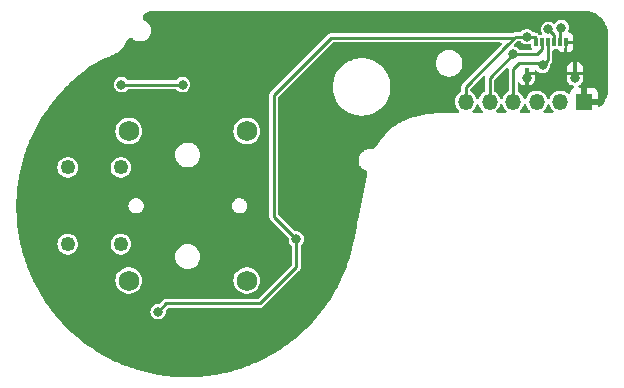
<source format=gbr>
%TF.GenerationSoftware,KiCad,Pcbnew,7.0.6*%
%TF.CreationDate,2023-12-14T14:37:07-08:00*%
%TF.ProjectId,UGC_SubStick,5547435f-5375-4625-9374-69636b2e6b69,rev?*%
%TF.SameCoordinates,Original*%
%TF.FileFunction,Copper,L2,Bot*%
%TF.FilePolarity,Positive*%
%FSLAX46Y46*%
G04 Gerber Fmt 4.6, Leading zero omitted, Abs format (unit mm)*
G04 Created by KiCad (PCBNEW 7.0.6) date 2023-12-14 14:37:07*
%MOMM*%
%LPD*%
G01*
G04 APERTURE LIST*
%TA.AperFunction,ComponentPad*%
%ADD10C,1.750000*%
%TD*%
%TA.AperFunction,ComponentPad*%
%ADD11C,1.250000*%
%TD*%
%TA.AperFunction,ComponentPad*%
%ADD12R,1.350000X1.350000*%
%TD*%
%TA.AperFunction,ComponentPad*%
%ADD13O,1.350000X1.350000*%
%TD*%
%TA.AperFunction,SMDPad,CuDef*%
%ADD14R,0.300000X0.700000*%
%TD*%
%TA.AperFunction,SMDPad,CuDef*%
%ADD15R,0.300000X1.000000*%
%TD*%
%TA.AperFunction,ViaPad*%
%ADD16C,0.800000*%
%TD*%
%TA.AperFunction,Conductor*%
%ADD17C,0.250000*%
%TD*%
G04 APERTURE END LIST*
D10*
%TO.P,SW1,*%
%TO.N,*%
X242207200Y-143363518D03*
X242207200Y-156013518D03*
X252207200Y-143363518D03*
X252207200Y-156013518D03*
D11*
%TO.P,SW1,S1,1*%
%TO.N,RS_B_OUT*%
X241557200Y-146438518D03*
%TO.P,SW1,S2,2*%
X241557200Y-152938518D03*
%TO.P,SW1,S3,3*%
%TO.N,RS_B_IN*%
X237057200Y-146438518D03*
%TO.P,SW1,S4,4*%
X237057200Y-152938518D03*
%TD*%
D12*
%TO.P,J1,1,Pin_1*%
%TO.N,GND*%
X280761001Y-140867407D03*
D13*
%TO.P,J1,2,Pin_2*%
%TO.N,RS_B_OUT*%
X278761001Y-140867407D03*
%TO.P,J1,3,Pin_3*%
%TO.N,RS_B_IN*%
X276761001Y-140867407D03*
%TO.P,J1,4,Pin_4*%
%TO.N,RY*%
X274761001Y-140867407D03*
%TO.P,J1,5,Pin_5*%
%TO.N,RX*%
X272761001Y-140867407D03*
%TO.P,J1,6,Pin_6*%
%TO.N,+3V3*%
X270761001Y-140867407D03*
%TD*%
D14*
%TO.P,J2,1,1*%
%TO.N,GND*%
X279213716Y-135850698D03*
%TO.P,J2,2,2*%
%TO.N,RS_B_OUT*%
X278713716Y-135850698D03*
%TO.P,J2,3,3*%
%TO.N,RS_B_IN*%
X278213716Y-135850698D03*
%TO.P,J2,4,4*%
%TO.N,RY*%
X277713716Y-135850698D03*
%TO.P,J2,5,5*%
%TO.N,RX*%
X277213716Y-135850698D03*
%TO.P,J2,6,6*%
%TO.N,+3V3*%
X276713716Y-135850698D03*
D15*
%TO.P,J2,MP1,MP1*%
%TO.N,GND*%
X280003716Y-138500698D03*
%TO.P,J2,MP2,MP2*%
X275923716Y-138500698D03*
%TD*%
D16*
%TO.N,GND*%
X280000000Y-138900000D03*
X275950000Y-138850000D03*
%TO.N,RS_B_IN*%
X241600000Y-139425000D03*
X277750000Y-134750000D03*
X246775000Y-139425000D03*
%TO.N,RS_B_OUT*%
X278850000Y-134600000D03*
%TO.N,RY*%
X277250000Y-137800000D03*
%TO.N,RX*%
X274775000Y-136875000D03*
%TO.N,+3V3*%
X256400000Y-152500000D03*
X244700000Y-158650000D03*
X275925000Y-135375000D03*
%TD*%
D17*
%TO.N,GND*%
X275923716Y-138500698D02*
X275923716Y-138823716D01*
X280003716Y-138896284D02*
X280000000Y-138900000D01*
X280003716Y-138500698D02*
X280003716Y-138896284D01*
%TO.N,RS_B_IN*%
X277750000Y-134750000D02*
X278213716Y-135213716D01*
X246775000Y-139425000D02*
X241600000Y-139425000D01*
X278213716Y-135213716D02*
X278213716Y-135850698D01*
%TO.N,RS_B_OUT*%
X278713716Y-134736284D02*
X278713716Y-135850698D01*
X278850000Y-134600000D02*
X278713716Y-134736284D01*
%TO.N,RY*%
X274761001Y-138113999D02*
X274761001Y-140867407D01*
X277050000Y-137600000D02*
X275275000Y-137600000D01*
X277713716Y-137336284D02*
X277713716Y-135850698D01*
X277250000Y-137800000D02*
X277713716Y-137336284D01*
X277250000Y-137800000D02*
X277050000Y-137600000D01*
X275275000Y-137600000D02*
X274761001Y-138113999D01*
%TO.N,RX*%
X274775000Y-136875000D02*
X272761001Y-138888999D01*
X272761001Y-138888999D02*
X272761001Y-140867407D01*
X276775000Y-136875000D02*
X277213716Y-136436284D01*
X277213716Y-136436284D02*
X277213716Y-135850698D01*
X274775000Y-136875000D02*
X276775000Y-136875000D01*
%TO.N,+3V3*%
X276575000Y-135375000D02*
X276713716Y-135513716D01*
X259325000Y-135475000D02*
X254500000Y-140300000D01*
X270761001Y-140867407D02*
X270761001Y-139588999D01*
X276713716Y-135513716D02*
X276713716Y-135850698D01*
X270761001Y-139588999D02*
X274350000Y-136000000D01*
X244700000Y-158650000D02*
X245400000Y-157950000D01*
X274975000Y-135375000D02*
X274350000Y-136000000D01*
X274975000Y-135375000D02*
X274875000Y-135475000D01*
X254500000Y-140300000D02*
X254500000Y-150600000D01*
X274875000Y-135475000D02*
X259325000Y-135475000D01*
X275925000Y-135375000D02*
X274975000Y-135375000D01*
X253350000Y-157950000D02*
X256400000Y-154900000D01*
X275925000Y-135375000D02*
X276575000Y-135375000D01*
X245400000Y-157950000D02*
X253350000Y-157950000D01*
X254500000Y-150600000D02*
X256400000Y-152500000D01*
X256400000Y-154900000D02*
X256400000Y-152500000D01*
%TD*%
%TA.AperFunction,Conductor*%
%TO.N,GND*%
G36*
X280797429Y-133176744D02*
G01*
X280821744Y-133178337D01*
X280879174Y-133182101D01*
X281060864Y-133195097D01*
X281068514Y-133196128D01*
X281184857Y-133219271D01*
X281329058Y-133250641D01*
X281335785Y-133252508D01*
X281454854Y-133292927D01*
X281587137Y-133342267D01*
X281592891Y-133344751D01*
X281708361Y-133401695D01*
X281830313Y-133468287D01*
X281835043Y-133471151D01*
X281942055Y-133542656D01*
X281944759Y-133544569D01*
X282054041Y-133626377D01*
X282057761Y-133629393D01*
X282154893Y-133714576D01*
X282157855Y-133717350D01*
X282254160Y-133813656D01*
X282256934Y-133816618D01*
X282342123Y-133913759D01*
X282345133Y-133917471D01*
X282357675Y-133934224D01*
X282426934Y-134026746D01*
X282428852Y-134029456D01*
X282500361Y-134136476D01*
X282503227Y-134141211D01*
X282524231Y-134179677D01*
X282569823Y-134263174D01*
X282626754Y-134378624D01*
X282629240Y-134384382D01*
X282678587Y-134516689D01*
X282718989Y-134635710D01*
X282720864Y-134642466D01*
X282752240Y-134786700D01*
X282775374Y-134903005D01*
X282776408Y-134910681D01*
X282789247Y-135090025D01*
X282794777Y-135174405D01*
X282794910Y-135178461D01*
X282794910Y-139796200D01*
X282794777Y-139800257D01*
X282789428Y-139881836D01*
X282776420Y-140063667D01*
X282775386Y-140071347D01*
X282752256Y-140187626D01*
X282720875Y-140331869D01*
X282719000Y-140338623D01*
X282678598Y-140457645D01*
X282629247Y-140589954D01*
X282626761Y-140595712D01*
X282569824Y-140711169D01*
X282503223Y-140833135D01*
X282500357Y-140837869D01*
X282428870Y-140944854D01*
X282426952Y-140947564D01*
X282345142Y-141056848D01*
X282342122Y-141060573D01*
X282256926Y-141157720D01*
X282254152Y-141160682D01*
X282157874Y-141256960D01*
X282154912Y-141259733D01*
X282141761Y-141271267D01*
X282078380Y-141300670D01*
X282009163Y-141291140D01*
X281956087Y-141245700D01*
X281936003Y-141178779D01*
X281936001Y-141178040D01*
X281936001Y-141117407D01*
X281076687Y-141117407D01*
X281088642Y-141105452D01*
X281146166Y-140992555D01*
X281165987Y-140867407D01*
X281146166Y-140742259D01*
X281088642Y-140629362D01*
X281076687Y-140617407D01*
X281936001Y-140617407D01*
X281936001Y-140144579D01*
X281936000Y-140144562D01*
X281929599Y-140085034D01*
X281929597Y-140085027D01*
X281879355Y-139950320D01*
X281879351Y-139950313D01*
X281793191Y-139835219D01*
X281793188Y-139835216D01*
X281678094Y-139749056D01*
X281678087Y-139749052D01*
X281543380Y-139698810D01*
X281543373Y-139698808D01*
X281483845Y-139692407D01*
X281011001Y-139692407D01*
X281011001Y-140551721D01*
X280999046Y-140539766D01*
X280886149Y-140482242D01*
X280792482Y-140467407D01*
X280729520Y-140467407D01*
X280635853Y-140482242D01*
X280522956Y-140539766D01*
X280511001Y-140551721D01*
X280511001Y-139692407D01*
X280417224Y-139692407D01*
X280350185Y-139672722D01*
X280304430Y-139619918D01*
X280294486Y-139550760D01*
X280323511Y-139487204D01*
X280373890Y-139452225D01*
X280395804Y-139444051D01*
X280395809Y-139444048D01*
X280510903Y-139357888D01*
X280510906Y-139357885D01*
X280597066Y-139242791D01*
X280597070Y-139242784D01*
X280647312Y-139108077D01*
X280647314Y-139108070D01*
X280653715Y-139048542D01*
X280653716Y-139048525D01*
X280653716Y-138650698D01*
X279353716Y-138650698D01*
X279353716Y-139048542D01*
X279360117Y-139108070D01*
X279360119Y-139108077D01*
X279410361Y-139242784D01*
X279410365Y-139242791D01*
X279496525Y-139357885D01*
X279496528Y-139357888D01*
X279611622Y-139444048D01*
X279611629Y-139444052D01*
X279746336Y-139494294D01*
X279746343Y-139494296D01*
X279805871Y-139500697D01*
X279805888Y-139500698D01*
X279822493Y-139500698D01*
X279889532Y-139520383D01*
X279935287Y-139573187D01*
X279945231Y-139642345D01*
X279916206Y-139705901D01*
X279865827Y-139740880D01*
X279843912Y-139749053D01*
X279843907Y-139749056D01*
X279728813Y-139835216D01*
X279728810Y-139835219D01*
X279642650Y-139950313D01*
X279642646Y-139950320D01*
X279592404Y-140085027D01*
X279592403Y-140085032D01*
X279591018Y-140097908D01*
X279564276Y-140162458D01*
X279506881Y-140202303D01*
X279437056Y-140204792D01*
X279389272Y-140179213D01*
X279388950Y-140179658D01*
X279385723Y-140177313D01*
X279384758Y-140176797D01*
X279383695Y-140175840D01*
X279383694Y-140175839D01*
X279383693Y-140175838D01*
X279276432Y-140097908D01*
X279226298Y-140061483D01*
X279083377Y-139997852D01*
X279048572Y-139982356D01*
X279048570Y-139982355D01*
X278858275Y-139941907D01*
X278663727Y-139941907D01*
X278473432Y-139982355D01*
X278295703Y-140061483D01*
X278138306Y-140175840D01*
X278138303Y-140175842D01*
X278008130Y-140320416D01*
X277910858Y-140488895D01*
X277910857Y-140488896D01*
X277878932Y-140587155D01*
X277839495Y-140644830D01*
X277775136Y-140672029D01*
X277706290Y-140660115D01*
X277654814Y-140612871D01*
X277643070Y-140587155D01*
X277611144Y-140488896D01*
X277611143Y-140488895D01*
X277565549Y-140409925D01*
X277513871Y-140320415D01*
X277439068Y-140237338D01*
X277383698Y-140175842D01*
X277383695Y-140175840D01*
X277383694Y-140175839D01*
X277383693Y-140175838D01*
X277276432Y-140097908D01*
X277226298Y-140061483D01*
X277083377Y-139997852D01*
X277048572Y-139982356D01*
X277048570Y-139982355D01*
X276858275Y-139941907D01*
X276663727Y-139941907D01*
X276473432Y-139982355D01*
X276295703Y-140061483D01*
X276138306Y-140175840D01*
X276138303Y-140175842D01*
X276008130Y-140320416D01*
X275910858Y-140488895D01*
X275910857Y-140488896D01*
X275878932Y-140587155D01*
X275839495Y-140644830D01*
X275775136Y-140672029D01*
X275706290Y-140660115D01*
X275654814Y-140612871D01*
X275643070Y-140587155D01*
X275611144Y-140488896D01*
X275611143Y-140488895D01*
X275565549Y-140409925D01*
X275513871Y-140320415D01*
X275439068Y-140237338D01*
X275383698Y-140175842D01*
X275383695Y-140175840D01*
X275383694Y-140175839D01*
X275383693Y-140175838D01*
X275226300Y-140061485D01*
X275215077Y-140056488D01*
X275210062Y-140054255D01*
X275156826Y-140009003D01*
X275136507Y-139942154D01*
X275136501Y-139940977D01*
X275136501Y-139356377D01*
X275156186Y-139289338D01*
X275208990Y-139243583D01*
X275278148Y-139233639D01*
X275341704Y-139262664D01*
X275359768Y-139282066D01*
X275416529Y-139357888D01*
X275531622Y-139444048D01*
X275531629Y-139444052D01*
X275666336Y-139494294D01*
X275666343Y-139494296D01*
X275725871Y-139500697D01*
X275725888Y-139500698D01*
X275773716Y-139500698D01*
X275773716Y-138650698D01*
X276073716Y-138650698D01*
X276073716Y-139500698D01*
X276121544Y-139500698D01*
X276121560Y-139500697D01*
X276181088Y-139494296D01*
X276181095Y-139494294D01*
X276315802Y-139444052D01*
X276315809Y-139444048D01*
X276430903Y-139357888D01*
X276430906Y-139357885D01*
X276517066Y-139242791D01*
X276517070Y-139242784D01*
X276567312Y-139108077D01*
X276567314Y-139108070D01*
X276573715Y-139048542D01*
X276573716Y-139048525D01*
X276573716Y-138650698D01*
X276073716Y-138650698D01*
X275773716Y-138650698D01*
X275773716Y-138474698D01*
X275793401Y-138407659D01*
X275846205Y-138361904D01*
X275897716Y-138350698D01*
X276573716Y-138350698D01*
X276573716Y-138345441D01*
X276593401Y-138278402D01*
X276646205Y-138232647D01*
X276715363Y-138222703D01*
X276778919Y-138251728D01*
X276779876Y-138252567D01*
X276809039Y-138278402D01*
X276877762Y-138339285D01*
X277017634Y-138412696D01*
X277171014Y-138450500D01*
X277171015Y-138450500D01*
X277328985Y-138450500D01*
X277482365Y-138412696D01*
X277539191Y-138382871D01*
X277600491Y-138350698D01*
X279353716Y-138350698D01*
X279853716Y-138350698D01*
X279853716Y-137500698D01*
X280153716Y-137500698D01*
X280153716Y-138350698D01*
X280653716Y-138350698D01*
X280653716Y-137952870D01*
X280653715Y-137952853D01*
X280647314Y-137893325D01*
X280647312Y-137893318D01*
X280597070Y-137758611D01*
X280597066Y-137758604D01*
X280510906Y-137643510D01*
X280510903Y-137643507D01*
X280395809Y-137557347D01*
X280395802Y-137557343D01*
X280261095Y-137507101D01*
X280261088Y-137507099D01*
X280201560Y-137500698D01*
X280153716Y-137500698D01*
X279853716Y-137500698D01*
X279805871Y-137500698D01*
X279746343Y-137507099D01*
X279746336Y-137507101D01*
X279611629Y-137557343D01*
X279611622Y-137557347D01*
X279496528Y-137643507D01*
X279496525Y-137643510D01*
X279410365Y-137758604D01*
X279410361Y-137758611D01*
X279360119Y-137893318D01*
X279360117Y-137893325D01*
X279353716Y-137952853D01*
X279353716Y-138350698D01*
X277600491Y-138350698D01*
X277622240Y-138339283D01*
X277740483Y-138234530D01*
X277830220Y-138104523D01*
X277886237Y-137956818D01*
X277905278Y-137800000D01*
X277899102Y-137749144D01*
X277910561Y-137680224D01*
X277934514Y-137646521D01*
X277942605Y-137638430D01*
X277962462Y-137622306D01*
X277971552Y-137616368D01*
X277993354Y-137588355D01*
X277998449Y-137582587D01*
X278001235Y-137579802D01*
X278002858Y-137577529D01*
X278014802Y-137560800D01*
X278048523Y-137517476D01*
X278052263Y-137510562D01*
X278055722Y-137503487D01*
X278055726Y-137503483D01*
X278067455Y-137464086D01*
X278071388Y-137450877D01*
X278089216Y-137398945D01*
X278090507Y-137391208D01*
X278091484Y-137383370D01*
X278089216Y-137328528D01*
X278089216Y-136575198D01*
X278108901Y-136508159D01*
X278161705Y-136462404D01*
X278213216Y-136451198D01*
X278388390Y-136451198D01*
X278439527Y-136441026D01*
X278487905Y-136441026D01*
X278539042Y-136451198D01*
X278564590Y-136451198D01*
X278631629Y-136470883D01*
X278663857Y-136500887D01*
X278706525Y-136557884D01*
X278706530Y-136557889D01*
X278821622Y-136644048D01*
X278821629Y-136644052D01*
X278956336Y-136694294D01*
X278956343Y-136694296D01*
X279015871Y-136700697D01*
X279015888Y-136700698D01*
X279063716Y-136700698D01*
X279063716Y-136389879D01*
X279083401Y-136322840D01*
X279084572Y-136321050D01*
X279099682Y-136298438D01*
X279114216Y-136225372D01*
X279114216Y-136000698D01*
X279363716Y-136000698D01*
X279363716Y-136700698D01*
X279411544Y-136700698D01*
X279411560Y-136700697D01*
X279471088Y-136694296D01*
X279471095Y-136694294D01*
X279605802Y-136644052D01*
X279605809Y-136644048D01*
X279720903Y-136557888D01*
X279720906Y-136557885D01*
X279807066Y-136442791D01*
X279807070Y-136442784D01*
X279857312Y-136308077D01*
X279857314Y-136308070D01*
X279863715Y-136248542D01*
X279863716Y-136248525D01*
X279863716Y-136000698D01*
X279363716Y-136000698D01*
X279114216Y-136000698D01*
X279114216Y-135824698D01*
X279133901Y-135757659D01*
X279186705Y-135711904D01*
X279238216Y-135700698D01*
X279863716Y-135700698D01*
X279863716Y-135452870D01*
X279863715Y-135452853D01*
X279857314Y-135393325D01*
X279857312Y-135393318D01*
X279807070Y-135258611D01*
X279807066Y-135258604D01*
X279720906Y-135143510D01*
X279720903Y-135143507D01*
X279605809Y-135057347D01*
X279605804Y-135057344D01*
X279518024Y-135024604D01*
X279462091Y-134982732D01*
X279437674Y-134917268D01*
X279445414Y-134864457D01*
X279486237Y-134756818D01*
X279505278Y-134600000D01*
X279486516Y-134445475D01*
X279486237Y-134443181D01*
X279445502Y-134335773D01*
X279430220Y-134295477D01*
X279340483Y-134165470D01*
X279222240Y-134060717D01*
X279222238Y-134060716D01*
X279222237Y-134060715D01*
X279082365Y-133987303D01*
X278928986Y-133949500D01*
X278928985Y-133949500D01*
X278771015Y-133949500D01*
X278771014Y-133949500D01*
X278617634Y-133987303D01*
X278477762Y-134060715D01*
X278359516Y-134165471D01*
X278329609Y-134208799D01*
X278275326Y-134252789D01*
X278205877Y-134260449D01*
X278145333Y-134231175D01*
X278122240Y-134210717D01*
X278122238Y-134210716D01*
X278122237Y-134210715D01*
X277982365Y-134137303D01*
X277828986Y-134099500D01*
X277828985Y-134099500D01*
X277671015Y-134099500D01*
X277671014Y-134099500D01*
X277517634Y-134137303D01*
X277377762Y-134210715D01*
X277259516Y-134315471D01*
X277169781Y-134445475D01*
X277169780Y-134445476D01*
X277113762Y-134593181D01*
X277094722Y-134749999D01*
X277094722Y-134750000D01*
X277113762Y-134906818D01*
X277169780Y-135054523D01*
X277169782Y-135054526D01*
X277170634Y-135055761D01*
X277170979Y-135056807D01*
X277173267Y-135061167D01*
X277172542Y-135061547D01*
X277192515Y-135122117D01*
X277175047Y-135189768D01*
X277123778Y-135237236D01*
X277068582Y-135250198D01*
X277032951Y-135250198D01*
X277032951Y-135247439D01*
X276975895Y-135236489D01*
X276944947Y-135213910D01*
X276920805Y-135189768D01*
X276877147Y-135146109D01*
X276861022Y-135126252D01*
X276855085Y-135117166D01*
X276855083Y-135117163D01*
X276832389Y-135099500D01*
X276827072Y-135095361D01*
X276821310Y-135090272D01*
X276818515Y-135087477D01*
X276804257Y-135077298D01*
X276799504Y-135073905D01*
X276783627Y-135061547D01*
X276756189Y-135040190D01*
X276749274Y-135036448D01*
X276742200Y-135032990D01*
X276689596Y-135017329D01*
X276637658Y-134999499D01*
X276629923Y-134998208D01*
X276622085Y-134997231D01*
X276567244Y-134999500D01*
X276521308Y-134999500D01*
X276454269Y-134979815D01*
X276419257Y-134945938D01*
X276415483Y-134940470D01*
X276297240Y-134835717D01*
X276297238Y-134835716D01*
X276297237Y-134835715D01*
X276157365Y-134762303D01*
X276003986Y-134724500D01*
X276003985Y-134724500D01*
X275846015Y-134724500D01*
X275846014Y-134724500D01*
X275692634Y-134762303D01*
X275552762Y-134835715D01*
X275434516Y-134940470D01*
X275432089Y-134943987D01*
X275430742Y-134945938D01*
X275376463Y-134989929D01*
X275328692Y-134999500D01*
X275026804Y-134999500D01*
X275001357Y-134996861D01*
X274998713Y-134996306D01*
X274990729Y-134994632D01*
X274955509Y-134999023D01*
X274947832Y-134999500D01*
X274943886Y-134999500D01*
X274926606Y-135002383D01*
X274920846Y-135003344D01*
X274866368Y-135010135D01*
X274858844Y-135012375D01*
X274851392Y-135014934D01*
X274851390Y-135014934D01*
X274851390Y-135014935D01*
X274839007Y-135021636D01*
X274803119Y-135041057D01*
X274753790Y-135065172D01*
X274747408Y-135069728D01*
X274742755Y-135073351D01*
X274737936Y-135075252D01*
X274732635Y-135079202D01*
X274732492Y-135079280D01*
X274731648Y-135077733D01*
X274677762Y-135098996D01*
X274666589Y-135099500D01*
X259376804Y-135099500D01*
X259351357Y-135096861D01*
X259348713Y-135096306D01*
X259340729Y-135094632D01*
X259305509Y-135099023D01*
X259297832Y-135099500D01*
X259293886Y-135099500D01*
X259276606Y-135102383D01*
X259270846Y-135103344D01*
X259216368Y-135110135D01*
X259208844Y-135112375D01*
X259201392Y-135114934D01*
X259153119Y-135141057D01*
X259103790Y-135165172D01*
X259097398Y-135169735D01*
X259091174Y-135174580D01*
X259054003Y-135214958D01*
X254271108Y-139997852D01*
X254251254Y-140013976D01*
X254242165Y-140019914D01*
X254242164Y-140019915D01*
X254220363Y-140047923D01*
X254215286Y-140053674D01*
X254212484Y-140056477D01*
X254212474Y-140056488D01*
X254198905Y-140075495D01*
X254165192Y-140118808D01*
X254161447Y-140125729D01*
X254157988Y-140132804D01*
X254142329Y-140185403D01*
X254124500Y-140237338D01*
X254123206Y-140245092D01*
X254122231Y-140252911D01*
X254124500Y-140307755D01*
X254124500Y-150548196D01*
X254121862Y-150573634D01*
X254119633Y-150584268D01*
X254119633Y-150584269D01*
X254119633Y-150584271D01*
X254124023Y-150619491D01*
X254124500Y-150627167D01*
X254124500Y-150631116D01*
X254128342Y-150654141D01*
X254135134Y-150708627D01*
X254137373Y-150716147D01*
X254139934Y-150723608D01*
X254139935Y-150723610D01*
X254153873Y-150749366D01*
X254166055Y-150771877D01*
X254190174Y-150821211D01*
X254194742Y-150827609D01*
X254199582Y-150833827D01*
X254239970Y-150871008D01*
X255715481Y-152346518D01*
X255748966Y-152407841D01*
X255750896Y-152449143D01*
X255744722Y-152499997D01*
X255744722Y-152500000D01*
X255763762Y-152656818D01*
X255819780Y-152804523D01*
X255819781Y-152804524D01*
X255909517Y-152934531D01*
X255982725Y-152999386D01*
X256019852Y-153058575D01*
X256024499Y-153092202D01*
X256024499Y-154693099D01*
X256004814Y-154760138D01*
X255988180Y-154780780D01*
X253230781Y-157538181D01*
X253169458Y-157571666D01*
X253143100Y-157574500D01*
X245451804Y-157574500D01*
X245426357Y-157571861D01*
X245423713Y-157571306D01*
X245415729Y-157569632D01*
X245380509Y-157574023D01*
X245372832Y-157574500D01*
X245368886Y-157574500D01*
X245351606Y-157577383D01*
X245345846Y-157578344D01*
X245291368Y-157585135D01*
X245283844Y-157587375D01*
X245276392Y-157589934D01*
X245228119Y-157616057D01*
X245178790Y-157640172D01*
X245172398Y-157644735D01*
X245166174Y-157649580D01*
X245129003Y-157689958D01*
X244855780Y-157963181D01*
X244794457Y-157996666D01*
X244768099Y-157999500D01*
X244621014Y-157999500D01*
X244467634Y-158037303D01*
X244327762Y-158110715D01*
X244209516Y-158215471D01*
X244119781Y-158345475D01*
X244119780Y-158345476D01*
X244063762Y-158493181D01*
X244044722Y-158649999D01*
X244044722Y-158650000D01*
X244063762Y-158806818D01*
X244112913Y-158936416D01*
X244119780Y-158954523D01*
X244209517Y-159084530D01*
X244327760Y-159189283D01*
X244327762Y-159189284D01*
X244467634Y-159262696D01*
X244621014Y-159300500D01*
X244621015Y-159300500D01*
X244778985Y-159300500D01*
X244932365Y-159262696D01*
X244932364Y-159262696D01*
X245072240Y-159189283D01*
X245190483Y-159084530D01*
X245280220Y-158954523D01*
X245336237Y-158806818D01*
X245355278Y-158650000D01*
X245349102Y-158599144D01*
X245360561Y-158530224D01*
X245384511Y-158496524D01*
X245519219Y-158361817D01*
X245580542Y-158328334D01*
X245606899Y-158325500D01*
X253298196Y-158325500D01*
X253323641Y-158328139D01*
X253327440Y-158328935D01*
X253334268Y-158330367D01*
X253355225Y-158327754D01*
X253369492Y-158325977D01*
X253377168Y-158325500D01*
X253381112Y-158325500D01*
X253381114Y-158325500D01*
X253381116Y-158325499D01*
X253381122Y-158325499D01*
X253396487Y-158322934D01*
X253404140Y-158321657D01*
X253458626Y-158314866D01*
X253458627Y-158314865D01*
X253458629Y-158314865D01*
X253466141Y-158312628D01*
X253473606Y-158310066D01*
X253473606Y-158310065D01*
X253473610Y-158310065D01*
X253521877Y-158283944D01*
X253571211Y-158259826D01*
X253571213Y-158259823D01*
X253577594Y-158255268D01*
X253583819Y-158250422D01*
X253583826Y-158250419D01*
X253621008Y-158210028D01*
X256628889Y-155202146D01*
X256648746Y-155186022D01*
X256657836Y-155180084D01*
X256679638Y-155152071D01*
X256684733Y-155146303D01*
X256687519Y-155143518D01*
X256687528Y-155143506D01*
X256701086Y-155124516D01*
X256734807Y-155081192D01*
X256738547Y-155074278D01*
X256742006Y-155067203D01*
X256742010Y-155067199D01*
X256754139Y-155026458D01*
X256757672Y-155014593D01*
X256775500Y-154962661D01*
X256776791Y-154954924D01*
X256777768Y-154947086D01*
X256775500Y-154892244D01*
X256775500Y-154018456D01*
X256775499Y-153092202D01*
X256795184Y-153025164D01*
X256817273Y-152999387D01*
X256890482Y-152934531D01*
X256890483Y-152934530D01*
X256980220Y-152804523D01*
X257036237Y-152656818D01*
X257055278Y-152500000D01*
X257036237Y-152343182D01*
X257024856Y-152313174D01*
X257013909Y-152284309D01*
X256980220Y-152195477D01*
X256890483Y-152065470D01*
X256772240Y-151960717D01*
X256772238Y-151960716D01*
X256772237Y-151960715D01*
X256632365Y-151887303D01*
X256478986Y-151849500D01*
X256478985Y-151849500D01*
X256331900Y-151849500D01*
X256264861Y-151829815D01*
X256244219Y-151813181D01*
X254911819Y-150480781D01*
X254878334Y-150419458D01*
X254875500Y-150393100D01*
X254875500Y-145455657D01*
X254875500Y-140506894D01*
X254895184Y-140439859D01*
X254911813Y-140419222D01*
X255711297Y-139619738D01*
X259502420Y-139619738D01*
X259521621Y-139924950D01*
X259529125Y-139964284D01*
X259578930Y-140225369D01*
X259673436Y-140516229D01*
X259803651Y-140792951D01*
X259803653Y-140792954D01*
X259803654Y-140792956D01*
X259967518Y-141051165D01*
X259967520Y-141051167D01*
X259967522Y-141051170D01*
X260162464Y-141286815D01*
X260385404Y-141496169D01*
X260385409Y-141496172D01*
X260385412Y-141496175D01*
X260632812Y-141675922D01*
X260632830Y-141675934D01*
X260802958Y-141769462D01*
X260900823Y-141823264D01*
X260951292Y-141843246D01*
X260953075Y-141844035D01*
X260953090Y-141844043D01*
X260956131Y-141845162D01*
X261185175Y-141935847D01*
X261239616Y-141949825D01*
X261245596Y-141951688D01*
X261246199Y-141951910D01*
X261246222Y-141951917D01*
X261279976Y-141964339D01*
X261301335Y-141965671D01*
X261481395Y-142011903D01*
X261541120Y-142019447D01*
X261547101Y-142020506D01*
X261549499Y-142021054D01*
X261549507Y-142021054D01*
X261550870Y-142021366D01*
X261550900Y-142021372D01*
X261582421Y-142028566D01*
X261602912Y-142027254D01*
X261658332Y-142034255D01*
X261784802Y-142050232D01*
X261784808Y-142050232D01*
X261784812Y-142050233D01*
X261784814Y-142050233D01*
X261848966Y-142050233D01*
X261854924Y-142050520D01*
X261890485Y-142053950D01*
X261909801Y-142050233D01*
X262090640Y-142050233D01*
X262158345Y-142041679D01*
X262164100Y-142041224D01*
X262171302Y-142040994D01*
X262171310Y-142040992D01*
X262172826Y-142040944D01*
X262172863Y-142040942D01*
X262199284Y-142040094D01*
X262217108Y-142034256D01*
X262394057Y-142011903D01*
X262464157Y-141993904D01*
X262469610Y-141992766D01*
X262479009Y-141991247D01*
X262479021Y-141991243D01*
X262480520Y-141991001D01*
X262480590Y-141990988D01*
X262503755Y-141987243D01*
X262519877Y-141979597D01*
X262690277Y-141935847D01*
X262761423Y-141907678D01*
X262766552Y-141905905D01*
X262777827Y-141902559D01*
X262777830Y-141902557D01*
X262778914Y-141902236D01*
X262799019Y-141896268D01*
X262813275Y-141887148D01*
X262974629Y-141823264D01*
X263045390Y-141784362D01*
X263050096Y-141782033D01*
X263062851Y-141776387D01*
X263062861Y-141776380D01*
X263064223Y-141775778D01*
X263064287Y-141775748D01*
X263078486Y-141769462D01*
X263088148Y-141761051D01*
X263091043Y-141759296D01*
X263091619Y-141758947D01*
X263242628Y-141675930D01*
X263311392Y-141625969D01*
X263315655Y-141623135D01*
X263329401Y-141614803D01*
X263329410Y-141614795D01*
X263330505Y-141614132D01*
X263330543Y-141614108D01*
X263341855Y-141607250D01*
X263349120Y-141599077D01*
X263355369Y-141594093D01*
X263357503Y-141592467D01*
X263490048Y-141496169D01*
X263555183Y-141435002D01*
X263558933Y-141431756D01*
X263573099Y-141420460D01*
X263573102Y-141420456D01*
X263582495Y-141412966D01*
X263587610Y-141405475D01*
X263596500Y-141396296D01*
X263598521Y-141394306D01*
X263712988Y-141286815D01*
X263772741Y-141214585D01*
X263775967Y-141210982D01*
X263789944Y-141196550D01*
X263789946Y-141196547D01*
X263796518Y-141189761D01*
X263799768Y-141183386D01*
X263810090Y-141169555D01*
X263811930Y-141167213D01*
X263907930Y-141051170D01*
X263960586Y-140968196D01*
X263963213Y-140964385D01*
X263976377Y-140946747D01*
X263976379Y-140946742D01*
X263976653Y-140946376D01*
X263976666Y-140946357D01*
X263980475Y-140941253D01*
X263982229Y-140936356D01*
X263992785Y-140917612D01*
X263994384Y-140914940D01*
X264049046Y-140828807D01*
X264071792Y-140792967D01*
X264071797Y-140792956D01*
X264071801Y-140792951D01*
X264115586Y-140699901D01*
X264117647Y-140695906D01*
X264129334Y-140675156D01*
X264129335Y-140675152D01*
X264131397Y-140671492D01*
X264132087Y-140668353D01*
X264141672Y-140644680D01*
X264143008Y-140641626D01*
X264202016Y-140516229D01*
X264235250Y-140413944D01*
X264236714Y-140409925D01*
X264246306Y-140386234D01*
X264246306Y-140386232D01*
X264246309Y-140386226D01*
X264246323Y-140386184D01*
X264246877Y-140384813D01*
X264246980Y-140383661D01*
X264254440Y-140355213D01*
X264255429Y-140351839D01*
X264296522Y-140225369D01*
X264317577Y-140114995D01*
X264318486Y-140110977D01*
X264325370Y-140084727D01*
X264329346Y-140053887D01*
X264329919Y-140050295D01*
X264353829Y-139924958D01*
X264361194Y-139807889D01*
X264361571Y-139803959D01*
X264365230Y-139775584D01*
X264365891Y-139734278D01*
X264366003Y-139731441D01*
X264371609Y-139642345D01*
X264373032Y-139619736D01*
X264373032Y-139619729D01*
X264370104Y-139573187D01*
X264366004Y-139508028D01*
X264365891Y-139505183D01*
X264365230Y-139463882D01*
X264361572Y-139435517D01*
X264361192Y-139431547D01*
X264353875Y-139315236D01*
X264353830Y-139314515D01*
X264352761Y-139308913D01*
X264329928Y-139189215D01*
X264329340Y-139185531D01*
X264325540Y-139156060D01*
X264325370Y-139154739D01*
X264318489Y-139128501D01*
X264317572Y-139124448D01*
X264296522Y-139014097D01*
X264255437Y-138887650D01*
X264254437Y-138884240D01*
X264248003Y-138859702D01*
X264247705Y-138858569D01*
X264246984Y-138855817D01*
X264247008Y-138854971D01*
X264246721Y-138854261D01*
X264246707Y-138854223D01*
X264243441Y-138846155D01*
X264236726Y-138829569D01*
X264235243Y-138825500D01*
X264202016Y-138723237D01*
X264159648Y-138633201D01*
X264143019Y-138597861D01*
X264141650Y-138594729D01*
X264133917Y-138575630D01*
X264132092Y-138571122D01*
X264131860Y-138568793D01*
X264117656Y-138543573D01*
X264115577Y-138539545D01*
X264087361Y-138479583D01*
X264071801Y-138446515D01*
X263994411Y-138324569D01*
X263992744Y-138321781D01*
X263986000Y-138309807D01*
X263982229Y-138303111D01*
X263981374Y-138299414D01*
X263963232Y-138275105D01*
X263960570Y-138271242D01*
X263907934Y-138188301D01*
X263907929Y-138188294D01*
X263811970Y-138072299D01*
X263810058Y-138069867D01*
X263799770Y-138056082D01*
X263797950Y-138051182D01*
X263775971Y-138028487D01*
X263772736Y-138024874D01*
X263712989Y-137952652D01*
X263649812Y-137893325D01*
X263598544Y-137845181D01*
X263596478Y-137843146D01*
X263587608Y-137833988D01*
X263584522Y-137828114D01*
X263558938Y-137807712D01*
X263555151Y-137804433D01*
X263550431Y-137800001D01*
X263490048Y-137743297D01*
X263357525Y-137647013D01*
X263355352Y-137645358D01*
X263349107Y-137640378D01*
X263344504Y-137633819D01*
X263330526Y-137625345D01*
X263330518Y-137625340D01*
X263323983Y-137621378D01*
X268208947Y-137621378D01*
X268228192Y-137829069D01*
X268228192Y-137829071D01*
X268228193Y-137829074D01*
X268279211Y-138008384D01*
X268285276Y-138029700D01*
X268331113Y-138121753D01*
X268378250Y-138216416D01*
X268503951Y-138382871D01*
X268658098Y-138523394D01*
X268758308Y-138585442D01*
X268835437Y-138633199D01*
X268835439Y-138633199D01*
X268835441Y-138633201D01*
X268867509Y-138645624D01*
X268870832Y-138647025D01*
X268870850Y-138647033D01*
X268870864Y-138647041D01*
X268871446Y-138647242D01*
X268873702Y-138648024D01*
X268938422Y-138673096D01*
X269029942Y-138708551D01*
X269029944Y-138708551D01*
X269029946Y-138708552D01*
X269035270Y-138709547D01*
X269063399Y-138714805D01*
X269066585Y-138715489D01*
X269073429Y-138717149D01*
X269073437Y-138717152D01*
X269084325Y-138718716D01*
X269234976Y-138746878D01*
X269234978Y-138746878D01*
X269271320Y-138746878D01*
X269279723Y-138747478D01*
X269279728Y-138747378D01*
X269285616Y-138747658D01*
X269285618Y-138747659D01*
X269285620Y-138747658D01*
X269285622Y-138747659D01*
X269294904Y-138747216D01*
X269296870Y-138747123D01*
X269296884Y-138747126D01*
X269300613Y-138746948D01*
X269303566Y-138746878D01*
X269443561Y-138746878D01*
X269443562Y-138746878D01*
X269487778Y-138738612D01*
X269496213Y-138737627D01*
X269499737Y-138737460D01*
X269499744Y-138737458D01*
X269501979Y-138737352D01*
X269502021Y-138737348D01*
X269534051Y-138735821D01*
X269564108Y-138724344D01*
X269648596Y-138708551D01*
X269694543Y-138690750D01*
X269702319Y-138688314D01*
X269708057Y-138686922D01*
X269708058Y-138686921D01*
X269709700Y-138686523D01*
X269709752Y-138686507D01*
X269739300Y-138679338D01*
X269765412Y-138663296D01*
X269843097Y-138633201D01*
X269888720Y-138604951D01*
X269895567Y-138601288D01*
X269903048Y-138597872D01*
X269903052Y-138597868D01*
X269903396Y-138597712D01*
X269908426Y-138595415D01*
X269908430Y-138595413D01*
X269911560Y-138593984D01*
X269912184Y-138593894D01*
X269913814Y-138592953D01*
X269930260Y-138585442D01*
X269951781Y-138565905D01*
X270020440Y-138523394D01*
X270063387Y-138484242D01*
X270069161Y-138479583D01*
X270077663Y-138473530D01*
X270077663Y-138473529D01*
X270079583Y-138472163D01*
X270081876Y-138471369D01*
X270087320Y-138466652D01*
X270100191Y-138457487D01*
X270116737Y-138435607D01*
X270174587Y-138382871D01*
X270212348Y-138332866D01*
X270216948Y-138327451D01*
X270222729Y-138321387D01*
X270226269Y-138319343D01*
X270233769Y-138309807D01*
X270243101Y-138300019D01*
X270254553Y-138276978D01*
X270300288Y-138216416D01*
X270330320Y-138156103D01*
X270333644Y-138150251D01*
X270335971Y-138146630D01*
X270340223Y-138142946D01*
X270347876Y-138128103D01*
X270353929Y-138118683D01*
X270360443Y-138095607D01*
X270393263Y-138029697D01*
X270411367Y-137966065D01*
X270417958Y-137955616D01*
X270418909Y-137950686D01*
X270425554Y-137928056D01*
X270428809Y-137919926D01*
X270430777Y-137897847D01*
X270450345Y-137829074D01*
X270457470Y-137752173D01*
X270458319Y-137746212D01*
X270461722Y-137728559D01*
X270461722Y-137728550D01*
X270461922Y-137727514D01*
X270461928Y-137727474D01*
X270465145Y-137710781D01*
X270463176Y-137690603D01*
X270469591Y-137621378D01*
X270463175Y-137552149D01*
X270466127Y-137537061D01*
X270462116Y-137516247D01*
X270462115Y-137516240D01*
X270461722Y-137514200D01*
X270461722Y-137514197D01*
X270458325Y-137496570D01*
X270457468Y-137490554D01*
X270455698Y-137471455D01*
X270450345Y-137413682D01*
X270430778Y-137344910D01*
X270430919Y-137328096D01*
X270425553Y-137314694D01*
X270418909Y-137292068D01*
X270418748Y-137291235D01*
X270411367Y-137276689D01*
X270410545Y-137273801D01*
X270393263Y-137213059D01*
X270360443Y-137147148D01*
X270357250Y-137129238D01*
X270347878Y-137114654D01*
X270341841Y-137102945D01*
X270335962Y-137096110D01*
X270333651Y-137092514D01*
X270330308Y-137086629D01*
X270301814Y-137029405D01*
X270300288Y-137026340D01*
X270254556Y-136965781D01*
X270247653Y-136947510D01*
X270233770Y-136932949D01*
X270227887Y-136925469D01*
X270222743Y-136921382D01*
X270216955Y-136915312D01*
X270212357Y-136909901D01*
X270174587Y-136859885D01*
X270174586Y-136859884D01*
X270174586Y-136859883D01*
X270116740Y-136807150D01*
X270105923Y-136789349D01*
X270087316Y-136776099D01*
X270083064Y-136772414D01*
X270079574Y-136770587D01*
X270069170Y-136763177D01*
X270063358Y-136758487D01*
X270020441Y-136719363D01*
X270020440Y-136719362D01*
X269951783Y-136676851D01*
X269937045Y-136660409D01*
X269913815Y-136649800D01*
X269912546Y-136649067D01*
X269911552Y-136648767D01*
X269895585Y-136641475D01*
X269888694Y-136637787D01*
X269843098Y-136609555D01*
X269843096Y-136609554D01*
X269765408Y-136579458D01*
X269746943Y-136565269D01*
X269711382Y-136556641D01*
X269711370Y-136556638D01*
X269702310Y-136554439D01*
X269694529Y-136551999D01*
X269648599Y-136534206D01*
X269648598Y-136534205D01*
X269648596Y-136534205D01*
X269564098Y-136518409D01*
X269542294Y-136507322D01*
X269496226Y-136505128D01*
X269487775Y-136504142D01*
X269443564Y-136495878D01*
X269443562Y-136495878D01*
X269303499Y-136495878D01*
X269300549Y-136495808D01*
X269285618Y-136495096D01*
X269279728Y-136495378D01*
X269279723Y-136495277D01*
X269271320Y-136495878D01*
X269234976Y-136495878D01*
X269194267Y-136503487D01*
X269084342Y-136524035D01*
X269073438Y-136525603D01*
X269066593Y-136527264D01*
X269063371Y-136527956D01*
X269029940Y-136534205D01*
X268873701Y-136594732D01*
X268870852Y-136595719D01*
X268870796Y-136595745D01*
X268867479Y-136597142D01*
X268835445Y-136609552D01*
X268658096Y-136719363D01*
X268503952Y-136859883D01*
X268378250Y-137026339D01*
X268285276Y-137213055D01*
X268275703Y-137246702D01*
X268236818Y-137383370D01*
X268228192Y-137413686D01*
X268208947Y-137621377D01*
X268208947Y-137621378D01*
X263323983Y-137621378D01*
X263315673Y-137616340D01*
X263311371Y-137613480D01*
X263242639Y-137563543D01*
X263242632Y-137563538D01*
X263242628Y-137563536D01*
X263091623Y-137480520D01*
X263088107Y-137478389D01*
X263081770Y-137471455D01*
X263065168Y-137464106D01*
X263065126Y-137464086D01*
X263050116Y-137457441D01*
X263045362Y-137455088D01*
X262974629Y-137416202D01*
X262974627Y-137416201D01*
X262974623Y-137416199D01*
X262813276Y-137352317D01*
X262803161Y-137344424D01*
X262766585Y-137333569D01*
X262761400Y-137331778D01*
X262690276Y-137303618D01*
X262519880Y-137259868D01*
X262508256Y-137252949D01*
X262482073Y-137248715D01*
X262482050Y-137248711D01*
X262469634Y-137246702D01*
X262464117Y-137245550D01*
X262394056Y-137227562D01*
X262217104Y-137205208D01*
X262204062Y-137199520D01*
X262164105Y-137198239D01*
X262158319Y-137197782D01*
X262090653Y-137189234D01*
X262090642Y-137189233D01*
X262090640Y-137189233D01*
X261909804Y-137189233D01*
X261895503Y-137185033D01*
X261861649Y-137188299D01*
X261861636Y-137188300D01*
X261854938Y-137188946D01*
X261848980Y-137189233D01*
X261784812Y-137189233D01*
X261784810Y-137189233D01*
X261784798Y-137189234D01*
X261602898Y-137212212D01*
X261587527Y-137209732D01*
X261551752Y-137217898D01*
X261551728Y-137217902D01*
X261547084Y-137218961D01*
X261541075Y-137220023D01*
X261481404Y-137227561D01*
X261481397Y-137227562D01*
X261481395Y-137227563D01*
X261301309Y-137273801D01*
X261285086Y-137273244D01*
X261245609Y-137287772D01*
X261239614Y-137289640D01*
X261185173Y-137303618D01*
X261185170Y-137303619D01*
X260956136Y-137394301D01*
X260953084Y-137395424D01*
X260951255Y-137396233D01*
X260900820Y-137416203D01*
X260632830Y-137563531D01*
X260632812Y-137563543D01*
X260385412Y-137743290D01*
X260385402Y-137743298D01*
X260162466Y-137952649D01*
X260162464Y-137952651D01*
X260162297Y-137952853D01*
X259967518Y-138188300D01*
X259803654Y-138446509D01*
X259803651Y-138446513D01*
X259803651Y-138446515D01*
X259785886Y-138484267D01*
X259673435Y-138723239D01*
X259630876Y-138854223D01*
X259578930Y-139014097D01*
X259557106Y-139128501D01*
X259521621Y-139314515D01*
X259502420Y-139619727D01*
X259502420Y-139619738D01*
X255711297Y-139619738D01*
X259444217Y-135886819D01*
X259505541Y-135853334D01*
X259531899Y-135850500D01*
X273669101Y-135850500D01*
X273736140Y-135870185D01*
X273781895Y-135922989D01*
X273791839Y-135992147D01*
X273762814Y-136055703D01*
X273756782Y-136062181D01*
X270532109Y-139286851D01*
X270512255Y-139302975D01*
X270503166Y-139308913D01*
X270503165Y-139308914D01*
X270481364Y-139336922D01*
X270476287Y-139342673D01*
X270473485Y-139345476D01*
X270473475Y-139345487D01*
X270459906Y-139364494D01*
X270426193Y-139407807D01*
X270422448Y-139414728D01*
X270418989Y-139421803D01*
X270403330Y-139474402D01*
X270385501Y-139526337D01*
X270384207Y-139534091D01*
X270383232Y-139541910D01*
X270385501Y-139596754D01*
X270385501Y-139940977D01*
X270365816Y-140008016D01*
X270313012Y-140053771D01*
X270311940Y-140054255D01*
X270295701Y-140061485D01*
X270138306Y-140175840D01*
X270138303Y-140175842D01*
X270008130Y-140320416D01*
X269910858Y-140488895D01*
X269910857Y-140488896D01*
X269850739Y-140673923D01*
X269830403Y-140867407D01*
X269850739Y-141060890D01*
X269910857Y-141245917D01*
X269910858Y-141245918D01*
X269945255Y-141305495D01*
X270008131Y-141414399D01*
X270053477Y-141464761D01*
X270138303Y-141558971D01*
X270138306Y-141558973D01*
X270138309Y-141558976D01*
X270158175Y-141573410D01*
X270200840Y-141628739D01*
X270206819Y-141698352D01*
X270174213Y-141760147D01*
X270113374Y-141794505D01*
X270085289Y-141797727D01*
X269339168Y-141797727D01*
X269295199Y-141797821D01*
X269295114Y-141797821D01*
X269295004Y-141797822D01*
X269295002Y-141797822D01*
X269199807Y-141798692D01*
X269198992Y-141798634D01*
X269189536Y-141798787D01*
X269189552Y-141798787D01*
X269073306Y-141801022D01*
X269072553Y-141800973D01*
X269062750Y-141801225D01*
X269062132Y-141801060D01*
X269061082Y-141801226D01*
X269062710Y-141801226D01*
X268931449Y-141805205D01*
X268930244Y-141805095D01*
X268916292Y-141805665D01*
X268912547Y-141805784D01*
X268911975Y-141805847D01*
X268756214Y-141812455D01*
X268755535Y-141812437D01*
X268753433Y-141812553D01*
X268753449Y-141812552D01*
X268751759Y-141812645D01*
X268751734Y-141812647D01*
X268751732Y-141812647D01*
X268687546Y-141816214D01*
X268582745Y-141822039D01*
X268582000Y-141822011D01*
X268571222Y-141822679D01*
X268571125Y-141822685D01*
X268571031Y-141822691D01*
X268571030Y-141822691D01*
X268568713Y-141822838D01*
X268568365Y-141822878D01*
X268376032Y-141836318D01*
X268376010Y-141836319D01*
X268375937Y-141836325D01*
X268373891Y-141836471D01*
X268373391Y-141836531D01*
X268285823Y-141843651D01*
X268285213Y-141843640D01*
X268273550Y-141844647D01*
X268273557Y-141844647D01*
X268273327Y-141844667D01*
X268273071Y-141844690D01*
X268273090Y-141844688D01*
X268168402Y-141854049D01*
X268168370Y-141854051D01*
X268167966Y-141854087D01*
X268095864Y-141861145D01*
X268061153Y-141864542D01*
X268060716Y-141864575D01*
X268060328Y-141864617D01*
X268060283Y-141864622D01*
X268044312Y-141866326D01*
X267948883Y-141876514D01*
X267948882Y-141876514D01*
X267948857Y-141876516D01*
X267948837Y-141876518D01*
X267946676Y-141876764D01*
X267946557Y-141876782D01*
X267837583Y-141889423D01*
X267837479Y-141889432D01*
X267835862Y-141889623D01*
X267835714Y-141889641D01*
X267835713Y-141889641D01*
X267835637Y-141889650D01*
X267835521Y-141889664D01*
X267835518Y-141889664D01*
X267832773Y-141889995D01*
X267832490Y-141890045D01*
X267722284Y-141903896D01*
X267721942Y-141903928D01*
X267720451Y-141904126D01*
X267720419Y-141904131D01*
X267720417Y-141904131D01*
X267720319Y-141904144D01*
X267720226Y-141904156D01*
X267720223Y-141904156D01*
X267717771Y-141904472D01*
X267717387Y-141904542D01*
X267694223Y-141907689D01*
X267605249Y-141919775D01*
X267604891Y-141919812D01*
X267603246Y-141920047D01*
X267603214Y-141920052D01*
X267603211Y-141920052D01*
X267603099Y-141920068D01*
X267603021Y-141920079D01*
X267603019Y-141920079D01*
X267594027Y-141921347D01*
X267593410Y-141921487D01*
X267515439Y-141932909D01*
X267486500Y-141937149D01*
X267486186Y-141937183D01*
X267484310Y-141937470D01*
X267484308Y-141937470D01*
X267484203Y-141937486D01*
X267484118Y-141937499D01*
X267484116Y-141937499D01*
X267481888Y-141937840D01*
X267481622Y-141937893D01*
X267374525Y-141954780D01*
X267373514Y-141954850D01*
X267366293Y-141956054D01*
X267366151Y-141956071D01*
X267363888Y-141956455D01*
X267363605Y-141956502D01*
X267363549Y-141956513D01*
X267253126Y-141975223D01*
X267251845Y-141975325D01*
X267245627Y-141976451D01*
X267245603Y-141976454D01*
X267165590Y-141991001D01*
X267122218Y-141998885D01*
X267121752Y-141998950D01*
X267119445Y-141999390D01*
X267115423Y-142000155D01*
X267115168Y-142000223D01*
X267027985Y-142017209D01*
X266998933Y-142022870D01*
X266998642Y-142022913D01*
X266996027Y-142023436D01*
X266996026Y-142023436D01*
X266995926Y-142023456D01*
X266995838Y-142023474D01*
X266995836Y-142023474D01*
X266994305Y-142023787D01*
X266994080Y-142023841D01*
X266874897Y-142048701D01*
X266874426Y-142048775D01*
X266871700Y-142049368D01*
X266870883Y-142049551D01*
X266750488Y-142076412D01*
X266749921Y-142076508D01*
X266747186Y-142077150D01*
X266737853Y-142079270D01*
X266736719Y-142079646D01*
X266625874Y-142106082D01*
X266625146Y-142106213D01*
X266622396Y-142106912D01*
X266619912Y-142107510D01*
X266619274Y-142107707D01*
X266501453Y-142137727D01*
X266501043Y-142137805D01*
X266497781Y-142138662D01*
X266497780Y-142138662D01*
X266497700Y-142138683D01*
X266497597Y-142138710D01*
X266497596Y-142138710D01*
X266495207Y-142139336D01*
X266494732Y-142139490D01*
X266377055Y-142171508D01*
X266376286Y-142171666D01*
X266373274Y-142172537D01*
X266373272Y-142172537D01*
X266373137Y-142172576D01*
X266373090Y-142172589D01*
X266373088Y-142172590D01*
X266373067Y-142172596D01*
X266371153Y-142173124D01*
X266370566Y-142173322D01*
X266253463Y-142207340D01*
X266253312Y-142207373D01*
X266249158Y-142208591D01*
X266246131Y-142209494D01*
X266245583Y-142209699D01*
X266134289Y-142244214D01*
X266132696Y-142244586D01*
X266125712Y-142246875D01*
X266122470Y-142247904D01*
X266121841Y-142248158D01*
X266005933Y-142286594D01*
X266004285Y-142287005D01*
X265996970Y-142289566D01*
X265996968Y-142289566D01*
X265996868Y-142289601D01*
X265996791Y-142289627D01*
X265996789Y-142289628D01*
X265989837Y-142291974D01*
X265988381Y-142292612D01*
X265880049Y-142331056D01*
X265878535Y-142331458D01*
X265870480Y-142334451D01*
X265870479Y-142334451D01*
X265870374Y-142334490D01*
X265870303Y-142334516D01*
X265870301Y-142334516D01*
X265866921Y-142335754D01*
X265866355Y-142336014D01*
X265756397Y-142377722D01*
X265754718Y-142378198D01*
X265746209Y-142381587D01*
X265743836Y-142382518D01*
X265743340Y-142382748D01*
X265627514Y-142429651D01*
X265626879Y-142429871D01*
X265624412Y-142430908D01*
X265621274Y-142432215D01*
X265620659Y-142432529D01*
X265507238Y-142481505D01*
X265506929Y-142481624D01*
X265504901Y-142482514D01*
X265501905Y-142483839D01*
X265501246Y-142484194D01*
X265391119Y-142534853D01*
X265390116Y-142535243D01*
X265387587Y-142536480D01*
X265380914Y-142539552D01*
X265378954Y-142540706D01*
X265275266Y-142591468D01*
X265274383Y-142591849D01*
X265272574Y-142592787D01*
X265269522Y-142594284D01*
X265268554Y-142594879D01*
X265162975Y-142649838D01*
X265162606Y-142650003D01*
X265159804Y-142651487D01*
X265159803Y-142651488D01*
X265159752Y-142651515D01*
X265159639Y-142651575D01*
X265159637Y-142651576D01*
X265156755Y-142653106D01*
X265156024Y-142653576D01*
X265052567Y-142710790D01*
X265051992Y-142711063D01*
X265049096Y-142712711D01*
X265046534Y-142714153D01*
X265045794Y-142714649D01*
X264943791Y-142774532D01*
X264942918Y-142774978D01*
X264940663Y-142776366D01*
X264940662Y-142776367D01*
X264940571Y-142776423D01*
X264940504Y-142776463D01*
X264940503Y-142776463D01*
X264938428Y-142777702D01*
X264937715Y-142778200D01*
X264841921Y-142837857D01*
X264839944Y-142838898D01*
X264834208Y-142842661D01*
X264832540Y-142843710D01*
X264831790Y-142844255D01*
X264733286Y-142909281D01*
X264732626Y-142909660D01*
X264729977Y-142911465D01*
X264727364Y-142913227D01*
X264726702Y-142913755D01*
X264631253Y-142980497D01*
X264630282Y-142981085D01*
X264627800Y-142982914D01*
X264625630Y-142984438D01*
X264624782Y-142985147D01*
X264531013Y-143054559D01*
X264530192Y-143055088D01*
X264527652Y-143057049D01*
X264525123Y-143058968D01*
X264524546Y-143059481D01*
X264437481Y-143127670D01*
X264435617Y-143128903D01*
X264429583Y-143133857D01*
X264427077Y-143135834D01*
X264426272Y-143136598D01*
X264341085Y-143207149D01*
X264339510Y-143208257D01*
X264333557Y-143213381D01*
X264333555Y-143213382D01*
X264333469Y-143213456D01*
X264333415Y-143213502D01*
X264333412Y-143213505D01*
X264331609Y-143215040D01*
X264331117Y-143215516D01*
X264236865Y-143298062D01*
X264236327Y-143298494D01*
X264234850Y-143299827D01*
X264229403Y-143304700D01*
X264228216Y-143305970D01*
X264147691Y-143380539D01*
X264145836Y-143382001D01*
X264140446Y-143387246D01*
X264140445Y-143387247D01*
X264140371Y-143387319D01*
X264140312Y-143387374D01*
X264140310Y-143387375D01*
X264138433Y-143389125D01*
X264137712Y-143389918D01*
X264052683Y-143473072D01*
X264052008Y-143473658D01*
X264049940Y-143475755D01*
X264048042Y-143477652D01*
X264047532Y-143478238D01*
X263966371Y-143561957D01*
X263965703Y-143562560D01*
X263963416Y-143565005D01*
X263961796Y-143566714D01*
X263961350Y-143567248D01*
X263883609Y-143651731D01*
X263883037Y-143652273D01*
X263880668Y-143654929D01*
X263878660Y-143657149D01*
X263878151Y-143657807D01*
X263803619Y-143743033D01*
X263803170Y-143743498D01*
X263801553Y-143745397D01*
X263799280Y-143748032D01*
X263798759Y-143748754D01*
X263732308Y-143828617D01*
X263731046Y-143829909D01*
X263725906Y-143836312D01*
X263723706Y-143838988D01*
X263723199Y-143839726D01*
X263656124Y-143924347D01*
X263655808Y-143924698D01*
X263653640Y-143927480D01*
X263648276Y-143934427D01*
X263647660Y-143935392D01*
X263587151Y-144015415D01*
X263586634Y-144016011D01*
X263584595Y-144018797D01*
X263582867Y-144021110D01*
X263582437Y-144021784D01*
X263520019Y-144108211D01*
X263519554Y-144108808D01*
X263518636Y-144110128D01*
X263517173Y-144112169D01*
X263516744Y-144112866D01*
X263457219Y-144199028D01*
X263456898Y-144199452D01*
X263455661Y-144201284D01*
X263451467Y-144207393D01*
X263450616Y-144208907D01*
X263395511Y-144292168D01*
X263395471Y-144292229D01*
X263393715Y-144294929D01*
X263393433Y-144295437D01*
X263339733Y-144379992D01*
X263339320Y-144380573D01*
X263337957Y-144382789D01*
X263336497Y-144385111D01*
X263336178Y-144385701D01*
X263330749Y-144394596D01*
X263284870Y-144469741D01*
X263284424Y-144470387D01*
X263282998Y-144472808D01*
X263282930Y-144472920D01*
X263282919Y-144472939D01*
X263232485Y-144558697D01*
X263232198Y-144559123D01*
X263230473Y-144562120D01*
X263229104Y-144564498D01*
X263228948Y-144564805D01*
X263181709Y-144648015D01*
X263178517Y-144653056D01*
X263130663Y-144721154D01*
X263105246Y-144747810D01*
X262987834Y-144838956D01*
X262944835Y-144860523D01*
X262800042Y-144900549D01*
X262764748Y-144905011D01*
X262690900Y-144903668D01*
X262685253Y-144903307D01*
X262601115Y-144894062D01*
X262528340Y-144900036D01*
X262521205Y-144898562D01*
X262507480Y-144901325D01*
X262500313Y-144902337D01*
X262424784Y-144908537D01*
X262424781Y-144908537D01*
X262346862Y-144930451D01*
X262337998Y-144930349D01*
X262324068Y-144936315D01*
X262316438Y-144939009D01*
X262254473Y-144956436D01*
X262175477Y-144996209D01*
X262165243Y-144998079D01*
X262155869Y-145004640D01*
X262140537Y-145013799D01*
X262096450Y-145035996D01*
X262020700Y-145094627D01*
X262009689Y-145098936D01*
X262001902Y-145107226D01*
X261987425Y-145120382D01*
X261956542Y-145144285D01*
X261956539Y-145144287D01*
X261888593Y-145221781D01*
X261877504Y-145228815D01*
X261871774Y-145238200D01*
X261859182Y-145255324D01*
X261839904Y-145277310D01*
X261835023Y-145284094D01*
X261829881Y-145290337D01*
X261826531Y-145293902D01*
X261817300Y-145316104D01*
X261784362Y-145372632D01*
X261773952Y-145382478D01*
X261770472Y-145392249D01*
X261760804Y-145413061D01*
X261750832Y-145430174D01*
X261750832Y-145430176D01*
X261750248Y-145431852D01*
X261738989Y-145455657D01*
X261738184Y-145456974D01*
X261733676Y-145479405D01*
X261712145Y-145541187D01*
X261703178Y-145553722D01*
X261701879Y-145563200D01*
X261696122Y-145587164D01*
X261692610Y-145597241D01*
X261692608Y-145597250D01*
X261691087Y-145607807D01*
X261685166Y-145631729D01*
X261684203Y-145634430D01*
X261684146Y-145655996D01*
X261674816Y-145720762D01*
X261668000Y-145735674D01*
X261668602Y-145744275D01*
X261667637Y-145770601D01*
X261667385Y-145772345D01*
X261667385Y-145772359D01*
X261668358Y-145792133D01*
X261667360Y-145815062D01*
X261666801Y-145819138D01*
X261670660Y-145838878D01*
X261673876Y-145904221D01*
X261669826Y-145921029D01*
X261673184Y-145932894D01*
X261674874Y-145940800D01*
X261676082Y-145949053D01*
X261683078Y-145977462D01*
X261686372Y-145998459D01*
X261686735Y-146003662D01*
X261693743Y-146020770D01*
X261718387Y-146120849D01*
X261734801Y-146156290D01*
X261741596Y-146174633D01*
X261743269Y-146180544D01*
X261752485Y-146194475D01*
X261792737Y-146281387D01*
X261792738Y-146281389D01*
X261792740Y-146281392D01*
X261821663Y-146321399D01*
X261831056Y-146336587D01*
X261834206Y-146342613D01*
X261844575Y-146353090D01*
X261875060Y-146395256D01*
X261896396Y-146424768D01*
X261943377Y-146468760D01*
X261948911Y-146474665D01*
X261955995Y-146483287D01*
X261966436Y-146490353D01*
X262025538Y-146545695D01*
X262047944Y-146559752D01*
X262089746Y-146585978D01*
X262095642Y-146590175D01*
X262103960Y-146596860D01*
X262113530Y-146600898D01*
X262175407Y-146639717D01*
X262246629Y-146667256D01*
X262268054Y-146678027D01*
X262309629Y-146704251D01*
X262318886Y-146710090D01*
X262353749Y-146743057D01*
X262382869Y-146783963D01*
X262401383Y-146822889D01*
X262410864Y-146857246D01*
X262415233Y-146895197D01*
X262413312Y-146943137D01*
X262411067Y-146962166D01*
X262390240Y-147067763D01*
X262367564Y-147182735D01*
X262360005Y-147221059D01*
X262344887Y-147297707D01*
X262344887Y-147297708D01*
X262322211Y-147412680D01*
X262322211Y-147412681D01*
X262299534Y-147527652D01*
X262299534Y-147527653D01*
X262276858Y-147642624D01*
X262276858Y-147642625D01*
X262254181Y-147757596D01*
X262254181Y-147757597D01*
X262231505Y-147872569D01*
X262231505Y-147872570D01*
X262208829Y-147987541D01*
X262208829Y-147987542D01*
X262186152Y-148102513D01*
X262186152Y-148102514D01*
X262163476Y-148217486D01*
X262163476Y-148217487D01*
X262140799Y-148332458D01*
X262140799Y-148332459D01*
X262118123Y-148447430D01*
X262118123Y-148447431D01*
X262095446Y-148562402D01*
X262095446Y-148562403D01*
X262078732Y-148647146D01*
X262072770Y-148677375D01*
X262050094Y-148792347D01*
X262044208Y-148822190D01*
X262027417Y-148907319D01*
X262027417Y-148907320D01*
X262004741Y-149022292D01*
X262004741Y-149022293D01*
X261982064Y-149137264D01*
X261982064Y-149137265D01*
X261970241Y-149197209D01*
X261959388Y-149252236D01*
X261959042Y-149253989D01*
X261936711Y-149367208D01*
X261936711Y-149367209D01*
X261933400Y-149383995D01*
X261914035Y-149482181D01*
X261905884Y-149523508D01*
X261891358Y-149597153D01*
X261891358Y-149597154D01*
X261871265Y-149699032D01*
X261846006Y-149827098D01*
X261837214Y-149871673D01*
X261823329Y-149942070D01*
X261823329Y-149942071D01*
X261800653Y-150057042D01*
X261800653Y-150057043D01*
X261777976Y-150172014D01*
X261777976Y-150172015D01*
X261756055Y-150283160D01*
X261755300Y-150286987D01*
X261750926Y-150309162D01*
X261733100Y-150399544D01*
X261732623Y-150401960D01*
X261709947Y-150516932D01*
X261686670Y-150634948D01*
X261686663Y-150634999D01*
X261638405Y-150880471D01*
X261638395Y-150880543D01*
X261581049Y-151173546D01*
X261581046Y-151173609D01*
X261546851Y-151348468D01*
X261502428Y-151574917D01*
X261458815Y-151795588D01*
X261415837Y-152010513D01*
X261373127Y-152220621D01*
X261338134Y-152389211D01*
X261330470Y-152426134D01*
X261287628Y-152627352D01*
X261244352Y-152824664D01*
X261200358Y-153018575D01*
X261155455Y-153209218D01*
X261109341Y-153397186D01*
X261061768Y-153582830D01*
X261012509Y-153766427D01*
X260961337Y-153948288D01*
X260907950Y-154128954D01*
X260852147Y-154308643D01*
X260793645Y-154487838D01*
X260732192Y-154666906D01*
X260667580Y-154846111D01*
X260599477Y-155026034D01*
X260527744Y-155206772D01*
X260452036Y-155388930D01*
X260372162Y-155572738D01*
X260287846Y-155758635D01*
X260198830Y-155947004D01*
X260104901Y-156138145D01*
X260005771Y-156332502D01*
X259901185Y-156530458D01*
X259790957Y-156732266D01*
X259674773Y-156938421D01*
X259586377Y-157090773D01*
X259496142Y-157242014D01*
X259420405Y-157365503D01*
X259404128Y-157392043D01*
X259310358Y-157540829D01*
X259214761Y-157688492D01*
X259117512Y-157834770D01*
X259018487Y-157979856D01*
X258917708Y-158123717D01*
X258815243Y-158266262D01*
X258711051Y-158407553D01*
X258605200Y-158547496D01*
X258497674Y-158686118D01*
X258388457Y-158823443D01*
X258277590Y-158959416D01*
X258165122Y-159093980D01*
X258050997Y-159227204D01*
X257935338Y-159358945D01*
X257817965Y-159489406D01*
X257699090Y-159618354D01*
X257578644Y-159745862D01*
X257456559Y-159871997D01*
X257333010Y-159996580D01*
X257207931Y-160119678D01*
X257081293Y-160241314D01*
X256953186Y-160361403D01*
X256823553Y-160479993D01*
X256692452Y-160597029D01*
X256559892Y-160712496D01*
X256425895Y-160826379D01*
X256290458Y-160938673D01*
X256153552Y-161049397D01*
X256015272Y-161158474D01*
X255901244Y-161246182D01*
X255875474Y-161266004D01*
X255734453Y-161371761D01*
X255592281Y-161475695D01*
X255448851Y-161577889D01*
X255304361Y-161678208D01*
X255158607Y-161776795D01*
X255011697Y-161873576D01*
X254863841Y-161968421D01*
X254714693Y-162061552D01*
X254564558Y-162152780D01*
X254413356Y-162242157D01*
X254261073Y-162329693D01*
X254107795Y-162415338D01*
X253953470Y-162499123D01*
X253798153Y-162581019D01*
X253641856Y-162661018D01*
X253484599Y-162739113D01*
X253326431Y-162815276D01*
X253167339Y-162889517D01*
X253007340Y-162961826D01*
X252846421Y-163032210D01*
X252684619Y-163100646D01*
X252522046Y-163167091D01*
X252358479Y-163231629D01*
X252194278Y-163294122D01*
X252029204Y-163354657D01*
X251863174Y-163413258D01*
X251696574Y-163469787D01*
X251529198Y-163524315D01*
X251361016Y-163576845D01*
X251192218Y-163627317D01*
X251022624Y-163675781D01*
X250852899Y-163722050D01*
X250682565Y-163766262D01*
X250511755Y-163808384D01*
X250340721Y-163848359D01*
X250169114Y-163886272D01*
X249997225Y-163922060D01*
X249824882Y-163955762D01*
X249652292Y-163987340D01*
X249479288Y-164016826D01*
X249306077Y-164044185D01*
X249132503Y-164069446D01*
X248958655Y-164092594D01*
X248784665Y-164113615D01*
X248610441Y-164132523D01*
X248436005Y-164149314D01*
X248261306Y-164163994D01*
X248086448Y-164176552D01*
X247911526Y-164186983D01*
X247736395Y-164195294D01*
X247561240Y-164201478D01*
X247385913Y-164205536D01*
X247210603Y-164207465D01*
X247035243Y-164207268D01*
X246859772Y-164204938D01*
X246684374Y-164200477D01*
X246508903Y-164193879D01*
X246333544Y-164185150D01*
X246158152Y-164174279D01*
X246158152Y-164174278D01*
X245982910Y-164161275D01*
X245807665Y-164146125D01*
X245632618Y-164128842D01*
X245457606Y-164109406D01*
X245282823Y-164087835D01*
X245108314Y-164064134D01*
X244934286Y-164038335D01*
X244760659Y-164010431D01*
X244587391Y-163980415D01*
X244414558Y-163948304D01*
X244242284Y-163914123D01*
X244070419Y-163877845D01*
X243899101Y-163839501D01*
X243728340Y-163799098D01*
X243558100Y-163756626D01*
X243388361Y-163712083D01*
X243219279Y-163665510D01*
X243050674Y-163616857D01*
X243050674Y-163616856D01*
X242882781Y-163566193D01*
X242715469Y-163513478D01*
X242548858Y-163458753D01*
X242418595Y-163414206D01*
X242382950Y-163402016D01*
X242217701Y-163343256D01*
X242053116Y-163282469D01*
X241889302Y-163219696D01*
X241889301Y-163219696D01*
X241726205Y-163154913D01*
X241678879Y-163135446D01*
X241563829Y-163088121D01*
X241402306Y-163019373D01*
X241241514Y-162948615D01*
X241081679Y-162875943D01*
X240922547Y-162801243D01*
X240764339Y-162724612D01*
X240606941Y-162645992D01*
X240450502Y-162565456D01*
X240294977Y-162482976D01*
X240140348Y-162398540D01*
X239986852Y-162312275D01*
X239986852Y-162312274D01*
X239834505Y-162224196D01*
X239683321Y-162134313D01*
X239533278Y-162042619D01*
X239384465Y-161949168D01*
X239236764Y-161853891D01*
X239090383Y-161756921D01*
X238945295Y-161658252D01*
X238801349Y-161557780D01*
X238801348Y-161557779D01*
X238658687Y-161455603D01*
X238517346Y-161351752D01*
X238377264Y-161246182D01*
X238238584Y-161139004D01*
X238238583Y-161139004D01*
X238101091Y-161030053D01*
X237965032Y-160919520D01*
X237830290Y-160807315D01*
X237696918Y-160693484D01*
X237564977Y-160578074D01*
X237434441Y-160461067D01*
X237305317Y-160342469D01*
X237177577Y-160222247D01*
X237051300Y-160100478D01*
X236926492Y-159977165D01*
X236803214Y-159852366D01*
X236681398Y-159726016D01*
X236561012Y-159598070D01*
X236442224Y-159468705D01*
X236325013Y-159337897D01*
X236209239Y-159205488D01*
X236095104Y-159071697D01*
X235982517Y-158936416D01*
X235871525Y-158799699D01*
X235762177Y-158661595D01*
X235654660Y-158522350D01*
X235548834Y-158381787D01*
X235444732Y-158239947D01*
X235342561Y-158097124D01*
X235242036Y-157952926D01*
X235143374Y-157807662D01*
X235046531Y-157661279D01*
X234951454Y-157513694D01*
X234858251Y-157365082D01*
X234766867Y-157215359D01*
X234677291Y-157064504D01*
X234589602Y-156912654D01*
X234503708Y-156759649D01*
X234419782Y-156605798D01*
X234337700Y-156450886D01*
X234257493Y-156294960D01*
X234179193Y-156138085D01*
X234118898Y-156013518D01*
X241076878Y-156013518D01*
X241096123Y-156221209D01*
X241096123Y-156221211D01*
X241096124Y-156221214D01*
X241127788Y-156332502D01*
X241153207Y-156421840D01*
X241207513Y-156530900D01*
X241246181Y-156608556D01*
X241371882Y-156775011D01*
X241526029Y-156915534D01*
X241703372Y-157025341D01*
X241897873Y-157100691D01*
X242102907Y-157139018D01*
X242102910Y-157139018D01*
X242311490Y-157139018D01*
X242311493Y-157139018D01*
X242516527Y-157100691D01*
X242711028Y-157025341D01*
X242888371Y-156915534D01*
X243042518Y-156775011D01*
X243168219Y-156608556D01*
X243261194Y-156421837D01*
X243318276Y-156221214D01*
X243337522Y-156013518D01*
X251076878Y-156013518D01*
X251096123Y-156221209D01*
X251096123Y-156221211D01*
X251096124Y-156221214D01*
X251127788Y-156332502D01*
X251153207Y-156421840D01*
X251207513Y-156530900D01*
X251246181Y-156608556D01*
X251371882Y-156775011D01*
X251526029Y-156915534D01*
X251703372Y-157025341D01*
X251897873Y-157100691D01*
X252102907Y-157139018D01*
X252102910Y-157139018D01*
X252311490Y-157139018D01*
X252311493Y-157139018D01*
X252516527Y-157100691D01*
X252711028Y-157025341D01*
X252888371Y-156915534D01*
X253042518Y-156775011D01*
X253168219Y-156608556D01*
X253261194Y-156421837D01*
X253318276Y-156221214D01*
X253337522Y-156013518D01*
X253318276Y-155805822D01*
X253261194Y-155605199D01*
X253168219Y-155418480D01*
X253042518Y-155252025D01*
X252888371Y-155111502D01*
X252711028Y-155001695D01*
X252711027Y-155001694D01*
X252568809Y-154946599D01*
X252516527Y-154926345D01*
X252311493Y-154888018D01*
X252102907Y-154888018D01*
X251897873Y-154926345D01*
X251897870Y-154926345D01*
X251897870Y-154926346D01*
X251703372Y-155001694D01*
X251703371Y-155001695D01*
X251526027Y-155111503D01*
X251371883Y-155252023D01*
X251246181Y-155418479D01*
X251153207Y-155605195D01*
X251096123Y-155805826D01*
X251076878Y-156013517D01*
X251076878Y-156013518D01*
X243337522Y-156013518D01*
X243318276Y-155805822D01*
X243261194Y-155605199D01*
X243168219Y-155418480D01*
X243042518Y-155252025D01*
X242888371Y-155111502D01*
X242711028Y-155001695D01*
X242711027Y-155001694D01*
X242568809Y-154946599D01*
X242516527Y-154926345D01*
X242311493Y-154888018D01*
X242102907Y-154888018D01*
X241897873Y-154926345D01*
X241897870Y-154926345D01*
X241897870Y-154926346D01*
X241703372Y-155001694D01*
X241703371Y-155001695D01*
X241526027Y-155111503D01*
X241371883Y-155252023D01*
X241246181Y-155418479D01*
X241153207Y-155605195D01*
X241096123Y-155805826D01*
X241076878Y-156013517D01*
X241076878Y-156013518D01*
X234118898Y-156013518D01*
X234102812Y-155980286D01*
X234028307Y-155821473D01*
X233955759Y-155661812D01*
X233885132Y-155501223D01*
X233816458Y-155339776D01*
X233749723Y-155177437D01*
X233684975Y-155014314D01*
X233622147Y-154850235D01*
X233561337Y-154685442D01*
X233502514Y-154519856D01*
X233445697Y-154353518D01*
X233390869Y-154186372D01*
X233338048Y-154018456D01*
X233329031Y-153988518D01*
X246151617Y-153988518D01*
X246171899Y-154194450D01*
X246171900Y-154194452D01*
X246231968Y-154392472D01*
X246329515Y-154574968D01*
X246329517Y-154574970D01*
X246460789Y-154734928D01*
X246516661Y-154780780D01*
X246620750Y-154866203D01*
X246803246Y-154963750D01*
X247001266Y-155023818D01*
X247001265Y-155023818D01*
X247028029Y-155026454D01*
X247155592Y-155039018D01*
X247155595Y-155039018D01*
X247258805Y-155039018D01*
X247258808Y-155039018D01*
X247413134Y-155023818D01*
X247611154Y-154963750D01*
X247793650Y-154866203D01*
X247953610Y-154734928D01*
X248084885Y-154574968D01*
X248182432Y-154392472D01*
X248242500Y-154194452D01*
X248262783Y-153988518D01*
X248242500Y-153782584D01*
X248182432Y-153584564D01*
X248084885Y-153402068D01*
X248032902Y-153338727D01*
X247953610Y-153242107D01*
X247835877Y-153145487D01*
X247793650Y-153110833D01*
X247611154Y-153013286D01*
X247413134Y-152953218D01*
X247413132Y-152953217D01*
X247413134Y-152953217D01*
X247294005Y-152941484D01*
X247258808Y-152938018D01*
X247155592Y-152938018D01*
X247117498Y-152941769D01*
X247001267Y-152953217D01*
X246803243Y-153013287D01*
X246760014Y-153036394D01*
X246620750Y-153110833D01*
X246620748Y-153110834D01*
X246620747Y-153110835D01*
X246460789Y-153242107D01*
X246329517Y-153402065D01*
X246231969Y-153584561D01*
X246171899Y-153782585D01*
X246151617Y-153988518D01*
X233329031Y-153988518D01*
X233287269Y-153849866D01*
X233238595Y-153680832D01*
X233211753Y-153583149D01*
X233192029Y-153511367D01*
X233147533Y-153341360D01*
X233105149Y-153170983D01*
X233064866Y-153000197D01*
X233051107Y-152938518D01*
X236176878Y-152938518D01*
X236196115Y-153121547D01*
X236196116Y-153121550D01*
X236252983Y-153296571D01*
X236252986Y-153296577D01*
X236345005Y-153455958D01*
X236454526Y-153577595D01*
X236468149Y-153592724D01*
X236468151Y-153592726D01*
X236617034Y-153700896D01*
X236617035Y-153700896D01*
X236617039Y-153700899D01*
X236754153Y-153761946D01*
X236785161Y-153775752D01*
X236785166Y-153775754D01*
X236965181Y-153814018D01*
X237149219Y-153814018D01*
X237329234Y-153775754D01*
X237497361Y-153700899D01*
X237646250Y-153592725D01*
X237769395Y-153455958D01*
X237861414Y-153296577D01*
X237918285Y-153121547D01*
X237937522Y-152938518D01*
X240676878Y-152938518D01*
X240696115Y-153121547D01*
X240696116Y-153121550D01*
X240752983Y-153296571D01*
X240752986Y-153296577D01*
X240845005Y-153455958D01*
X240954526Y-153577595D01*
X240968149Y-153592724D01*
X240968151Y-153592726D01*
X241117034Y-153700896D01*
X241117035Y-153700896D01*
X241117039Y-153700899D01*
X241254153Y-153761946D01*
X241285161Y-153775752D01*
X241285166Y-153775754D01*
X241465181Y-153814018D01*
X241649219Y-153814018D01*
X241829234Y-153775754D01*
X241997361Y-153700899D01*
X242146250Y-153592725D01*
X242269395Y-153455958D01*
X242361414Y-153296577D01*
X242418285Y-153121547D01*
X242437522Y-152938518D01*
X242418285Y-152755489D01*
X242376667Y-152627402D01*
X242361416Y-152580464D01*
X242361413Y-152580458D01*
X242269395Y-152421078D01*
X242146250Y-152284311D01*
X242146248Y-152284309D01*
X241997365Y-152176139D01*
X241997362Y-152176137D01*
X241997361Y-152176137D01*
X241917434Y-152140551D01*
X241829238Y-152101283D01*
X241829233Y-152101281D01*
X241649219Y-152063018D01*
X241465181Y-152063018D01*
X241285166Y-152101281D01*
X241285161Y-152101283D01*
X241117039Y-152176137D01*
X241117034Y-152176139D01*
X240968151Y-152284309D01*
X240968149Y-152284311D01*
X240845004Y-152421079D01*
X240752986Y-152580458D01*
X240752983Y-152580464D01*
X240696116Y-152755485D01*
X240696115Y-152755489D01*
X240679831Y-152910420D01*
X240676931Y-152938018D01*
X240676878Y-152938518D01*
X237937522Y-152938518D01*
X237918285Y-152755489D01*
X237876667Y-152627402D01*
X237861416Y-152580464D01*
X237861413Y-152580458D01*
X237769395Y-152421078D01*
X237646250Y-152284311D01*
X237646248Y-152284309D01*
X237497365Y-152176139D01*
X237497362Y-152176137D01*
X237497361Y-152176137D01*
X237417434Y-152140551D01*
X237329238Y-152101283D01*
X237329233Y-152101281D01*
X237149219Y-152063018D01*
X236965181Y-152063018D01*
X236785166Y-152101281D01*
X236785161Y-152101283D01*
X236617039Y-152176137D01*
X236617034Y-152176139D01*
X236468151Y-152284309D01*
X236468149Y-152284311D01*
X236345004Y-152421079D01*
X236252986Y-152580458D01*
X236252983Y-152580464D01*
X236196116Y-152755485D01*
X236196115Y-152755489D01*
X236179831Y-152910420D01*
X236176931Y-152938018D01*
X236176878Y-152938518D01*
X233051107Y-152938518D01*
X233026677Y-152829003D01*
X232990568Y-152657324D01*
X232956575Y-152485356D01*
X232944679Y-152421078D01*
X232924675Y-152312986D01*
X232894874Y-152140257D01*
X232867194Y-151967299D01*
X232841621Y-151794049D01*
X232818148Y-151620467D01*
X232796796Y-151446689D01*
X232777548Y-151272612D01*
X232760422Y-151098370D01*
X232745408Y-150923898D01*
X232732517Y-150749313D01*
X232721742Y-150574477D01*
X232713093Y-150399608D01*
X232706566Y-150224531D01*
X232702166Y-150049435D01*
X232699893Y-149874180D01*
X232699751Y-149698946D01*
X232699869Y-149688518D01*
X242176922Y-149688518D01*
X242195962Y-149845336D01*
X242244190Y-149972500D01*
X242251980Y-149993041D01*
X242341717Y-150123048D01*
X242459960Y-150227801D01*
X242599835Y-150301214D01*
X242623549Y-150307058D01*
X242627840Y-150308283D01*
X242630536Y-150309158D01*
X242630541Y-150309161D01*
X242630545Y-150309161D01*
X242630546Y-150309162D01*
X242635727Y-150310151D01*
X242638945Y-150310854D01*
X242753214Y-150339018D01*
X242775052Y-150339018D01*
X242780143Y-150340513D01*
X242801955Y-150339140D01*
X242805850Y-150339018D01*
X242911183Y-150339018D01*
X242911185Y-150339018D01*
X242930496Y-150334258D01*
X242938834Y-150334624D01*
X242947047Y-150331956D01*
X242947067Y-150331951D01*
X242954481Y-150329542D01*
X242954482Y-150329542D01*
X242967581Y-150325285D01*
X242971885Y-150324056D01*
X243064565Y-150301214D01*
X243081632Y-150292256D01*
X243092620Y-150290053D01*
X243103448Y-150283183D01*
X243103489Y-150283160D01*
X243110052Y-150278994D01*
X243110056Y-150278993D01*
X243123012Y-150270770D01*
X243127359Y-150268256D01*
X243204440Y-150227801D01*
X243219098Y-150214814D01*
X243231678Y-150208901D01*
X243242820Y-150197037D01*
X243242850Y-150197009D01*
X243248169Y-150191343D01*
X243248172Y-150191342D01*
X243258996Y-150179814D01*
X243263049Y-150175877D01*
X243322683Y-150123048D01*
X243334347Y-150106148D01*
X243347120Y-150095796D01*
X243356384Y-150078945D01*
X243356398Y-150078924D01*
X243360151Y-150072097D01*
X243367633Y-150058486D01*
X243370925Y-150053156D01*
X243412420Y-149993041D01*
X243420211Y-149972496D01*
X243431578Y-149957483D01*
X243435061Y-149943918D01*
X243446504Y-149915014D01*
X243452400Y-149904289D01*
X243458447Y-149871676D01*
X243468437Y-149845336D01*
X243475185Y-149789755D01*
X243476675Y-149781843D01*
X243479637Y-149770308D01*
X243479637Y-149770304D01*
X243481331Y-149763710D01*
X243481335Y-149763688D01*
X243486214Y-149744684D01*
X243484361Y-149714185D01*
X243484611Y-149712126D01*
X243487478Y-149688518D01*
X250926922Y-149688518D01*
X250945962Y-149845336D01*
X250994190Y-149972500D01*
X251001980Y-149993041D01*
X251091717Y-150123048D01*
X251209960Y-150227801D01*
X251349835Y-150301214D01*
X251373549Y-150307058D01*
X251377840Y-150308283D01*
X251380536Y-150309158D01*
X251380541Y-150309161D01*
X251380545Y-150309161D01*
X251380546Y-150309162D01*
X251385727Y-150310151D01*
X251388945Y-150310854D01*
X251503214Y-150339018D01*
X251525052Y-150339018D01*
X251530143Y-150340513D01*
X251551955Y-150339140D01*
X251555850Y-150339018D01*
X251661183Y-150339018D01*
X251661185Y-150339018D01*
X251680496Y-150334258D01*
X251688834Y-150334624D01*
X251697047Y-150331956D01*
X251697067Y-150331951D01*
X251704481Y-150329542D01*
X251704482Y-150329542D01*
X251717581Y-150325285D01*
X251721885Y-150324056D01*
X251814565Y-150301214D01*
X251831632Y-150292256D01*
X251842620Y-150290053D01*
X251853448Y-150283183D01*
X251853489Y-150283160D01*
X251860052Y-150278994D01*
X251860056Y-150278993D01*
X251873012Y-150270770D01*
X251877359Y-150268256D01*
X251954440Y-150227801D01*
X251969098Y-150214814D01*
X251981678Y-150208901D01*
X251992820Y-150197037D01*
X251992850Y-150197009D01*
X251998169Y-150191343D01*
X251998172Y-150191342D01*
X252008996Y-150179814D01*
X252013049Y-150175877D01*
X252072683Y-150123048D01*
X252084347Y-150106148D01*
X252097120Y-150095796D01*
X252106384Y-150078945D01*
X252106398Y-150078924D01*
X252110151Y-150072097D01*
X252117633Y-150058486D01*
X252120925Y-150053156D01*
X252162420Y-149993041D01*
X252170211Y-149972496D01*
X252181578Y-149957483D01*
X252185061Y-149943918D01*
X252196504Y-149915014D01*
X252202400Y-149904289D01*
X252208447Y-149871676D01*
X252218437Y-149845336D01*
X252225185Y-149789755D01*
X252226675Y-149781843D01*
X252229637Y-149770308D01*
X252229637Y-149770304D01*
X252231331Y-149763710D01*
X252231335Y-149763688D01*
X252236214Y-149744684D01*
X252234361Y-149714185D01*
X252234611Y-149712126D01*
X252237478Y-149688518D01*
X252234360Y-149662844D01*
X252238166Y-149639952D01*
X252231334Y-149613342D01*
X252231332Y-149613332D01*
X252229637Y-149606730D01*
X252229637Y-149606728D01*
X252226678Y-149595206D01*
X252225183Y-149587265D01*
X252218437Y-149531700D01*
X252208446Y-149505358D01*
X252206509Y-149480217D01*
X252196505Y-149462020D01*
X252185062Y-149433118D01*
X252183161Y-149425715D01*
X252170212Y-149404540D01*
X252162420Y-149383995D01*
X252150834Y-149367210D01*
X252120934Y-149323891D01*
X252117631Y-149318546D01*
X252106393Y-149298103D01*
X252099799Y-149286109D01*
X252084348Y-149270888D01*
X252072684Y-149253989D01*
X252070706Y-149252237D01*
X252013061Y-149201168D01*
X252008986Y-149197209D01*
X252003723Y-149191605D01*
X251995283Y-149182616D01*
X251995253Y-149182588D01*
X251984894Y-149171557D01*
X251969101Y-149162224D01*
X251954440Y-149149235D01*
X251954436Y-149149233D01*
X251954435Y-149149232D01*
X251877381Y-149108789D01*
X251872975Y-149106241D01*
X251856136Y-149095555D01*
X251856128Y-149095551D01*
X251845825Y-149089013D01*
X251831639Y-149084783D01*
X251814565Y-149075822D01*
X251814564Y-149075821D01*
X251814563Y-149075821D01*
X251721900Y-149052981D01*
X251717574Y-149051747D01*
X251706980Y-149048304D01*
X251691521Y-149043281D01*
X251680503Y-149042779D01*
X251669012Y-149039947D01*
X251661185Y-149038018D01*
X251555805Y-149038018D01*
X251551931Y-149037896D01*
X251541224Y-149037223D01*
X251541223Y-149037223D01*
X251537124Y-149036965D01*
X251537084Y-149036965D01*
X251531901Y-149036639D01*
X251525050Y-149038018D01*
X251503212Y-149038018D01*
X251388963Y-149066177D01*
X251385744Y-149066880D01*
X251380553Y-149067870D01*
X251377849Y-149068749D01*
X251373529Y-149069981D01*
X251349832Y-149075822D01*
X251349831Y-149075823D01*
X251209962Y-149149233D01*
X251183124Y-149173009D01*
X251093694Y-149252237D01*
X251091716Y-149253989D01*
X251001981Y-149383993D01*
X251001980Y-149383994D01*
X250945962Y-149531699D01*
X250926922Y-149688517D01*
X250926922Y-149688518D01*
X243487478Y-149688518D01*
X243484360Y-149662844D01*
X243488166Y-149639952D01*
X243481334Y-149613342D01*
X243481332Y-149613332D01*
X243479637Y-149606730D01*
X243479637Y-149606728D01*
X243476678Y-149595206D01*
X243475183Y-149587265D01*
X243468437Y-149531700D01*
X243458446Y-149505358D01*
X243456509Y-149480217D01*
X243446505Y-149462020D01*
X243435062Y-149433118D01*
X243433161Y-149425715D01*
X243420212Y-149404540D01*
X243412420Y-149383995D01*
X243400834Y-149367210D01*
X243370934Y-149323891D01*
X243367631Y-149318546D01*
X243356393Y-149298103D01*
X243349799Y-149286109D01*
X243334348Y-149270888D01*
X243322684Y-149253989D01*
X243320706Y-149252237D01*
X243263061Y-149201168D01*
X243258986Y-149197209D01*
X243253723Y-149191605D01*
X243245283Y-149182616D01*
X243245253Y-149182588D01*
X243234894Y-149171557D01*
X243219101Y-149162224D01*
X243204440Y-149149235D01*
X243204436Y-149149233D01*
X243204435Y-149149232D01*
X243127381Y-149108789D01*
X243122975Y-149106241D01*
X243106136Y-149095555D01*
X243106128Y-149095551D01*
X243095825Y-149089013D01*
X243081639Y-149084783D01*
X243064565Y-149075822D01*
X243064564Y-149075821D01*
X243064563Y-149075821D01*
X242971900Y-149052981D01*
X242967574Y-149051747D01*
X242956980Y-149048304D01*
X242941521Y-149043281D01*
X242930503Y-149042779D01*
X242919012Y-149039947D01*
X242911185Y-149038018D01*
X242805805Y-149038018D01*
X242801931Y-149037896D01*
X242791224Y-149037223D01*
X242791223Y-149037223D01*
X242787124Y-149036965D01*
X242787084Y-149036965D01*
X242781901Y-149036639D01*
X242775050Y-149038018D01*
X242753212Y-149038018D01*
X242638963Y-149066177D01*
X242635744Y-149066880D01*
X242630553Y-149067870D01*
X242627849Y-149068749D01*
X242623529Y-149069981D01*
X242599832Y-149075822D01*
X242599831Y-149075823D01*
X242459962Y-149149233D01*
X242433124Y-149173009D01*
X242343694Y-149252237D01*
X242341716Y-149253989D01*
X242251981Y-149383993D01*
X242251980Y-149383994D01*
X242195962Y-149531699D01*
X242176922Y-149688517D01*
X242176922Y-149688518D01*
X232699869Y-149688518D01*
X232701738Y-149523670D01*
X232705858Y-149348292D01*
X232712112Y-149172998D01*
X232720507Y-148997634D01*
X232731036Y-148822382D01*
X232743708Y-148647126D01*
X232758526Y-148471929D01*
X232775479Y-148296915D01*
X232794577Y-148122016D01*
X232815788Y-147947516D01*
X232839116Y-147773337D01*
X232864550Y-147599562D01*
X232892070Y-147426268D01*
X232921720Y-147253202D01*
X232953422Y-147080776D01*
X232987236Y-146908653D01*
X233023110Y-146737100D01*
X233061059Y-146566020D01*
X233090971Y-146438518D01*
X236176878Y-146438518D01*
X236196115Y-146621547D01*
X236196116Y-146621550D01*
X236252983Y-146796571D01*
X236252986Y-146796577D01*
X236345005Y-146955958D01*
X236350595Y-146962166D01*
X236468149Y-147092724D01*
X236468151Y-147092726D01*
X236617034Y-147200896D01*
X236617035Y-147200896D01*
X236617039Y-147200899D01*
X236754153Y-147261946D01*
X236785161Y-147275752D01*
X236785166Y-147275754D01*
X236965181Y-147314018D01*
X237149219Y-147314018D01*
X237329234Y-147275754D01*
X237497361Y-147200899D01*
X237646250Y-147092725D01*
X237769395Y-146955958D01*
X237861414Y-146796577D01*
X237918285Y-146621547D01*
X237937522Y-146438518D01*
X240676878Y-146438518D01*
X240696115Y-146621547D01*
X240696116Y-146621550D01*
X240752983Y-146796571D01*
X240752986Y-146796577D01*
X240845005Y-146955958D01*
X240850595Y-146962166D01*
X240968149Y-147092724D01*
X240968151Y-147092726D01*
X241117034Y-147200896D01*
X241117035Y-147200896D01*
X241117039Y-147200899D01*
X241254153Y-147261946D01*
X241285161Y-147275752D01*
X241285166Y-147275754D01*
X241465181Y-147314018D01*
X241649219Y-147314018D01*
X241829234Y-147275754D01*
X241997361Y-147200899D01*
X242146250Y-147092725D01*
X242269395Y-146955958D01*
X242361414Y-146796577D01*
X242418285Y-146621547D01*
X242437522Y-146438518D01*
X242418285Y-146255489D01*
X242361414Y-146080459D01*
X242269395Y-145921078D01*
X242146250Y-145784311D01*
X242146249Y-145784310D01*
X241997365Y-145676139D01*
X241997362Y-145676137D01*
X241997361Y-145676137D01*
X241903686Y-145634430D01*
X241829238Y-145601283D01*
X241829233Y-145601281D01*
X241649219Y-145563018D01*
X241465181Y-145563018D01*
X241285166Y-145601281D01*
X241285161Y-145601283D01*
X241117039Y-145676137D01*
X241117034Y-145676139D01*
X240968150Y-145784310D01*
X240845004Y-145921079D01*
X240752986Y-146080458D01*
X240752983Y-146080464D01*
X240705964Y-146225177D01*
X240696115Y-146255489D01*
X240676878Y-146438518D01*
X237937522Y-146438518D01*
X237918285Y-146255489D01*
X237861414Y-146080459D01*
X237769395Y-145921078D01*
X237646250Y-145784311D01*
X237646249Y-145784310D01*
X237497365Y-145676139D01*
X237497362Y-145676137D01*
X237497361Y-145676137D01*
X237403686Y-145634430D01*
X237329238Y-145601283D01*
X237329233Y-145601281D01*
X237149219Y-145563018D01*
X236965181Y-145563018D01*
X236785166Y-145601281D01*
X236785161Y-145601283D01*
X236617039Y-145676137D01*
X236617034Y-145676139D01*
X236468150Y-145784310D01*
X236345004Y-145921079D01*
X236252986Y-146080458D01*
X236252983Y-146080464D01*
X236205964Y-146225177D01*
X236196115Y-146255489D01*
X236176878Y-146438518D01*
X233090971Y-146438518D01*
X233101075Y-146395451D01*
X233143167Y-146225351D01*
X233187320Y-146055779D01*
X233233497Y-145886873D01*
X233281723Y-145718529D01*
X233331986Y-145550790D01*
X233382766Y-145388518D01*
X246151617Y-145388518D01*
X246171899Y-145594450D01*
X246184027Y-145634430D01*
X246231968Y-145792472D01*
X246329515Y-145974968D01*
X246364169Y-146017195D01*
X246460789Y-146134928D01*
X246540979Y-146200737D01*
X246620750Y-146266203D01*
X246803246Y-146363750D01*
X247001266Y-146423818D01*
X247001265Y-146423818D01*
X247010911Y-146424768D01*
X247155592Y-146439018D01*
X247155595Y-146439018D01*
X247258805Y-146439018D01*
X247258808Y-146439018D01*
X247413134Y-146423818D01*
X247611154Y-146363750D01*
X247793650Y-146266203D01*
X247953610Y-146134928D01*
X248084885Y-145974968D01*
X248182432Y-145792472D01*
X248242500Y-145594452D01*
X248262783Y-145388518D01*
X248242500Y-145182584D01*
X248182432Y-144984564D01*
X248084885Y-144802068D01*
X248018916Y-144721684D01*
X247953610Y-144642107D01*
X247793652Y-144510835D01*
X247793653Y-144510835D01*
X247793650Y-144510833D01*
X247611154Y-144413286D01*
X247413134Y-144353218D01*
X247413132Y-144353217D01*
X247413134Y-144353217D01*
X247294005Y-144341484D01*
X247258808Y-144338018D01*
X247155592Y-144338018D01*
X247117498Y-144341769D01*
X247001267Y-144353217D01*
X246803243Y-144413287D01*
X246697627Y-144469741D01*
X246620750Y-144510833D01*
X246620748Y-144510834D01*
X246620747Y-144510835D01*
X246460789Y-144642107D01*
X246329517Y-144802065D01*
X246231969Y-144984561D01*
X246171899Y-145182585D01*
X246151617Y-145388518D01*
X233382766Y-145388518D01*
X233384306Y-145383596D01*
X233438621Y-145217144D01*
X233494997Y-145051227D01*
X233514440Y-144996209D01*
X233553386Y-144886005D01*
X233613709Y-144721685D01*
X233676103Y-144557898D01*
X233740499Y-144394835D01*
X233806844Y-144232632D01*
X233875218Y-144071099D01*
X233945545Y-143910421D01*
X234017857Y-143750527D01*
X234092147Y-143591444D01*
X234168347Y-143433316D01*
X234203035Y-143363518D01*
X241076878Y-143363518D01*
X241096123Y-143571209D01*
X241096123Y-143571211D01*
X241096124Y-143571214D01*
X241147056Y-143750223D01*
X241153207Y-143771840D01*
X241229147Y-143924347D01*
X241246181Y-143958556D01*
X241371882Y-144125011D01*
X241526029Y-144265534D01*
X241703372Y-144375341D01*
X241897873Y-144450691D01*
X242102907Y-144489018D01*
X242102910Y-144489018D01*
X242311490Y-144489018D01*
X242311493Y-144489018D01*
X242516527Y-144450691D01*
X242711028Y-144375341D01*
X242888371Y-144265534D01*
X243042518Y-144125011D01*
X243168219Y-143958556D01*
X243261194Y-143771837D01*
X243318276Y-143571214D01*
X243337522Y-143363518D01*
X251076878Y-143363518D01*
X251096123Y-143571209D01*
X251096123Y-143571211D01*
X251096124Y-143571214D01*
X251147056Y-143750223D01*
X251153207Y-143771840D01*
X251229147Y-143924347D01*
X251246181Y-143958556D01*
X251371882Y-144125011D01*
X251526029Y-144265534D01*
X251703372Y-144375341D01*
X251897873Y-144450691D01*
X252102907Y-144489018D01*
X252102910Y-144489018D01*
X252311490Y-144489018D01*
X252311493Y-144489018D01*
X252516527Y-144450691D01*
X252711028Y-144375341D01*
X252888371Y-144265534D01*
X253042518Y-144125011D01*
X253168219Y-143958556D01*
X253261194Y-143771837D01*
X253318276Y-143571214D01*
X253337522Y-143363518D01*
X253318276Y-143155822D01*
X253261194Y-142955199D01*
X253168219Y-142768480D01*
X253042518Y-142602025D01*
X253034026Y-142594284D01*
X252888372Y-142461503D01*
X252888371Y-142461502D01*
X252711028Y-142351695D01*
X252711027Y-142351694D01*
X252553189Y-142290548D01*
X252516527Y-142276345D01*
X252311493Y-142238018D01*
X252102907Y-142238018D01*
X251897873Y-142276345D01*
X251897870Y-142276345D01*
X251897870Y-142276346D01*
X251703372Y-142351694D01*
X251703371Y-142351695D01*
X251526027Y-142461503D01*
X251371883Y-142602023D01*
X251246181Y-142768479D01*
X251153207Y-142955195D01*
X251150852Y-142963471D01*
X251102390Y-143133801D01*
X251096123Y-143155826D01*
X251076878Y-143363517D01*
X251076878Y-143363518D01*
X243337522Y-143363518D01*
X243318276Y-143155822D01*
X243261194Y-142955199D01*
X243168219Y-142768480D01*
X243042518Y-142602025D01*
X243034026Y-142594284D01*
X242888372Y-142461503D01*
X242888371Y-142461502D01*
X242711028Y-142351695D01*
X242711027Y-142351694D01*
X242553189Y-142290548D01*
X242516527Y-142276345D01*
X242311493Y-142238018D01*
X242102907Y-142238018D01*
X241897873Y-142276345D01*
X241897870Y-142276345D01*
X241897870Y-142276346D01*
X241703372Y-142351694D01*
X241703371Y-142351695D01*
X241526027Y-142461503D01*
X241371883Y-142602023D01*
X241246181Y-142768479D01*
X241153207Y-142955195D01*
X241150852Y-142963471D01*
X241102390Y-143133801D01*
X241096123Y-143155826D01*
X241076878Y-143363517D01*
X241076878Y-143363518D01*
X234203035Y-143363518D01*
X234246569Y-143275921D01*
X234326711Y-143119476D01*
X234408811Y-142963909D01*
X234502910Y-142791047D01*
X234510653Y-142777274D01*
X234599244Y-142619688D01*
X234697939Y-142449594D01*
X234798939Y-142280867D01*
X234902155Y-142113648D01*
X235007646Y-141947840D01*
X235115374Y-141783500D01*
X235225338Y-141620630D01*
X235337497Y-141459287D01*
X235451848Y-141299481D01*
X235568350Y-141141265D01*
X235687037Y-140984594D01*
X235807877Y-140829516D01*
X235930839Y-140676072D01*
X235943987Y-140660115D01*
X236055885Y-140524312D01*
X236183090Y-140374152D01*
X236312187Y-140225900D01*
X236443350Y-140079356D01*
X236576392Y-139934727D01*
X236711325Y-139791990D01*
X236848198Y-139651094D01*
X236986958Y-139512092D01*
X237076297Y-139425000D01*
X240944722Y-139425000D01*
X240963762Y-139581818D01*
X240998238Y-139672722D01*
X241019780Y-139729523D01*
X241109517Y-139859530D01*
X241227760Y-139964283D01*
X241227762Y-139964284D01*
X241367634Y-140037696D01*
X241521014Y-140075500D01*
X241521015Y-140075500D01*
X241678985Y-140075500D01*
X241832365Y-140037696D01*
X241863216Y-140021504D01*
X241972240Y-139964283D01*
X242090483Y-139859530D01*
X242094257Y-139854061D01*
X242148537Y-139810071D01*
X242196308Y-139800500D01*
X246178692Y-139800500D01*
X246245731Y-139820185D01*
X246280742Y-139854061D01*
X246283163Y-139857569D01*
X246284515Y-139859528D01*
X246284517Y-139859530D01*
X246402760Y-139964283D01*
X246402762Y-139964284D01*
X246542634Y-140037696D01*
X246696014Y-140075500D01*
X246696015Y-140075500D01*
X246853985Y-140075500D01*
X247007365Y-140037696D01*
X247038216Y-140021504D01*
X247147240Y-139964283D01*
X247265483Y-139859530D01*
X247355220Y-139729523D01*
X247411237Y-139581818D01*
X247430278Y-139425000D01*
X247429890Y-139421800D01*
X247411237Y-139268181D01*
X247381291Y-139189222D01*
X247355220Y-139120477D01*
X247265483Y-138990470D01*
X247147240Y-138885717D01*
X247147238Y-138885716D01*
X247147237Y-138885715D01*
X247007365Y-138812303D01*
X246853986Y-138774500D01*
X246853985Y-138774500D01*
X246696015Y-138774500D01*
X246696014Y-138774500D01*
X246542634Y-138812303D01*
X246402762Y-138885715D01*
X246284516Y-138990470D01*
X246282089Y-138993987D01*
X246280742Y-138995938D01*
X246226463Y-139039929D01*
X246178692Y-139049500D01*
X242196308Y-139049500D01*
X242129269Y-139029815D01*
X242094257Y-138995938D01*
X242090483Y-138990470D01*
X241972240Y-138885717D01*
X241972238Y-138885716D01*
X241972237Y-138885715D01*
X241832365Y-138812303D01*
X241678986Y-138774500D01*
X241678985Y-138774500D01*
X241521015Y-138774500D01*
X241521014Y-138774500D01*
X241367634Y-138812303D01*
X241227762Y-138885715D01*
X241148931Y-138955552D01*
X241127280Y-138974734D01*
X241109516Y-138990471D01*
X241019781Y-139120475D01*
X241019780Y-139120476D01*
X240963762Y-139268181D01*
X240944722Y-139424999D01*
X240944722Y-139425000D01*
X237076297Y-139425000D01*
X237127584Y-139375003D01*
X237270058Y-139239845D01*
X237414356Y-139106639D01*
X237560464Y-138975401D01*
X237708352Y-138846155D01*
X237858017Y-138718909D01*
X238009377Y-138593730D01*
X238162507Y-138470561D01*
X238317354Y-138349447D01*
X238473886Y-138230417D01*
X238534830Y-138187226D01*
X238955200Y-137893531D01*
X238957559Y-137891964D01*
X239144898Y-137773746D01*
X239470096Y-137577557D01*
X239679396Y-137460666D01*
X239685655Y-137457441D01*
X240017018Y-137286677D01*
X240215940Y-137189174D01*
X240218469Y-137188008D01*
X240689233Y-136984045D01*
X240747361Y-136959322D01*
X240750691Y-136958250D01*
X240755856Y-136955804D01*
X240759793Y-136954103D01*
X240785414Y-136944069D01*
X240799708Y-136935769D01*
X240809685Y-136930935D01*
X240826026Y-136923602D01*
X240827947Y-136922278D01*
X240889600Y-136893048D01*
X240892233Y-136892119D01*
X240901381Y-136887463D01*
X240915687Y-136880821D01*
X240918410Y-136878880D01*
X240989336Y-136843141D01*
X240992793Y-136841752D01*
X240997488Y-136839111D01*
X241000163Y-136837691D01*
X241007217Y-136834163D01*
X241010516Y-136831827D01*
X241017025Y-136828189D01*
X241093369Y-136785532D01*
X241097179Y-136783760D01*
X241099682Y-136782154D01*
X241103348Y-136779975D01*
X241107525Y-136777682D01*
X241111117Y-136774942D01*
X241193525Y-136723135D01*
X241196695Y-136721480D01*
X241200658Y-136718736D01*
X241203430Y-136716924D01*
X241208671Y-136713694D01*
X241211604Y-136711273D01*
X241279543Y-136665042D01*
X241281877Y-136663904D01*
X241294422Y-136654920D01*
X241304615Y-136648082D01*
X241306443Y-136646439D01*
X241377662Y-136596202D01*
X241379977Y-136594712D01*
X241381928Y-136592802D01*
X241438017Y-136542161D01*
X241441445Y-136539540D01*
X241444067Y-136536875D01*
X241447302Y-136533814D01*
X241450309Y-136531165D01*
X241453132Y-136527853D01*
X241507552Y-136473931D01*
X241510528Y-136471540D01*
X241515724Y-136465928D01*
X241517961Y-136463634D01*
X241523278Y-136458453D01*
X241525430Y-136455678D01*
X241574194Y-136404319D01*
X241576086Y-136402804D01*
X241585939Y-136391951D01*
X241595726Y-136381748D01*
X241597067Y-136379837D01*
X241647672Y-136324764D01*
X241649003Y-136323631D01*
X241658080Y-136313437D01*
X241672089Y-136298444D01*
X241673161Y-136296712D01*
X241724930Y-136239304D01*
X241727303Y-136236967D01*
X241729697Y-136234042D01*
X241730427Y-136233239D01*
X241738822Y-136221181D01*
X241738823Y-136221181D01*
X241738878Y-136221102D01*
X241738931Y-136221031D01*
X241738931Y-136221030D01*
X241745350Y-136212431D01*
X241746777Y-136209826D01*
X241791427Y-136146100D01*
X241793918Y-136143140D01*
X241796911Y-136138407D01*
X241798735Y-136135685D01*
X241802099Y-136130938D01*
X241803876Y-136127529D01*
X241846529Y-136061038D01*
X241848444Y-136058597D01*
X241852947Y-136051033D01*
X241857542Y-136043994D01*
X241858914Y-136041167D01*
X241865673Y-136029993D01*
X241904528Y-135965750D01*
X241905678Y-135964274D01*
X241912164Y-135953128D01*
X241919396Y-135941292D01*
X241920222Y-135939349D01*
X241960792Y-135869987D01*
X241962495Y-135867490D01*
X241963776Y-135865092D01*
X241964913Y-135862283D01*
X242001201Y-135787573D01*
X242003201Y-135784326D01*
X242006053Y-135777739D01*
X242007384Y-135774866D01*
X242010392Y-135768786D01*
X242011525Y-135765419D01*
X242046416Y-135687138D01*
X242050156Y-135680029D01*
X242062034Y-135660614D01*
X242090782Y-135613624D01*
X242118473Y-135582012D01*
X242186975Y-135526495D01*
X242229380Y-135504075D01*
X242312199Y-135479211D01*
X242360088Y-135474582D01*
X242448124Y-135483316D01*
X242491936Y-135496104D01*
X242546502Y-135523761D01*
X242563210Y-135532230D01*
X242569755Y-135535775D01*
X242587778Y-135547676D01*
X242593327Y-135552079D01*
X242594184Y-135552797D01*
X242594185Y-135552797D01*
X242664380Y-135611538D01*
X242715340Y-135639323D01*
X242729607Y-135647102D01*
X242734818Y-135652306D01*
X242747763Y-135657493D01*
X242754384Y-135660611D01*
X242825104Y-135699170D01*
X242904627Y-135723794D01*
X242911536Y-135728379D01*
X242925235Y-135730727D01*
X242933088Y-135732607D01*
X242999974Y-135753318D01*
X243090301Y-135762508D01*
X243099068Y-135766082D01*
X243108906Y-135765673D01*
X243126603Y-135766202D01*
X243182095Y-135771849D01*
X243279486Y-135762325D01*
X243289945Y-135764316D01*
X243299365Y-135761882D01*
X243318320Y-135758527D01*
X243329598Y-135757424D01*
X243364281Y-135754033D01*
X243364284Y-135754032D01*
X243364288Y-135754032D01*
X243464439Y-135723448D01*
X243476209Y-135723321D01*
X243484640Y-135719101D01*
X243503942Y-135711386D01*
X243539361Y-135700570D01*
X243539359Y-135700570D01*
X243539368Y-135700568D01*
X243637441Y-135647592D01*
X243649987Y-135644922D01*
X243656976Y-135639323D01*
X243675575Y-135626993D01*
X243700434Y-135613566D01*
X243700440Y-135613560D01*
X243705550Y-135610106D01*
X243705894Y-135610614D01*
X243719280Y-135601857D01*
X243735046Y-135584758D01*
X243791240Y-135537986D01*
X243803903Y-135532503D01*
X243809161Y-135526055D01*
X243825939Y-135509104D01*
X243841135Y-135496457D01*
X243843281Y-135493790D01*
X243862315Y-135474798D01*
X243873515Y-135456231D01*
X243919387Y-135399245D01*
X243931453Y-135390858D01*
X243934899Y-135384120D01*
X243948707Y-135362822D01*
X243955925Y-135353856D01*
X243961224Y-135343648D01*
X243975165Y-135322438D01*
X243975890Y-135321548D01*
X243982771Y-135302146D01*
X244016479Y-135237221D01*
X244027222Y-135226019D01*
X244028959Y-135219527D01*
X244038700Y-135194423D01*
X244040273Y-135191393D01*
X244040274Y-135191390D01*
X244040276Y-135191387D01*
X244045740Y-135172382D01*
X244054505Y-135150204D01*
X244055532Y-135148194D01*
X244058216Y-135128996D01*
X244061618Y-135117166D01*
X244078420Y-135058733D01*
X244087143Y-135044991D01*
X244087433Y-135039200D01*
X244090360Y-135021636D01*
X244089756Y-135021526D01*
X244090861Y-135015467D01*
X244090865Y-135015454D01*
X244093154Y-134987282D01*
X244096956Y-134965301D01*
X244097805Y-134962124D01*
X244096665Y-134944093D01*
X244105696Y-134832994D01*
X244101342Y-134796205D01*
X244100639Y-134775435D01*
X244100848Y-134771247D01*
X244096490Y-134755194D01*
X244084185Y-134651201D01*
X244069805Y-134607319D01*
X244065249Y-134588619D01*
X244064451Y-134583715D01*
X244057652Y-134570235D01*
X244027179Y-134477242D01*
X244027178Y-134477241D01*
X244027178Y-134477239D01*
X243999689Y-134428731D01*
X243992079Y-134412735D01*
X243990044Y-134407529D01*
X243981685Y-134396959D01*
X243971295Y-134378624D01*
X243936927Y-134317975D01*
X243891071Y-134265101D01*
X243886178Y-134258654D01*
X243880591Y-134250199D01*
X243871537Y-134242578D01*
X243816986Y-134179679D01*
X243816985Y-134179678D01*
X243816984Y-134179677D01*
X243753226Y-134130452D01*
X243747704Y-134125643D01*
X243740169Y-134118255D01*
X243730914Y-134113227D01*
X243672085Y-134067807D01*
X243672083Y-134067806D01*
X243672082Y-134067805D01*
X243647440Y-134055601D01*
X243647037Y-134055229D01*
X243598003Y-134031093D01*
X243582770Y-134022195D01*
X243572748Y-134015342D01*
X243533752Y-133987303D01*
X243517443Y-133975576D01*
X243494083Y-133953690D01*
X243478058Y-133934215D01*
X243475417Y-133930764D01*
X243447657Y-133891707D01*
X243434820Y-133868868D01*
X243422861Y-133841057D01*
X243420381Y-133834203D01*
X243415163Y-133816618D01*
X243407282Y-133790059D01*
X243403110Y-133770096D01*
X243401543Y-133757490D01*
X243399726Y-133742881D01*
X243398884Y-133722527D01*
X243400775Y-133676480D01*
X243401498Y-133669265D01*
X243406287Y-133639350D01*
X243413133Y-133614083D01*
X243430503Y-133569370D01*
X243432194Y-133565435D01*
X243442985Y-133542582D01*
X243460247Y-133515678D01*
X243503659Y-133464120D01*
X243509370Y-133457655D01*
X243528704Y-133439954D01*
X243540771Y-133431055D01*
X243660376Y-133346075D01*
X243666847Y-133342054D01*
X243724151Y-133311180D01*
X243727014Y-133309733D01*
X243825129Y-133263392D01*
X243830154Y-133261284D01*
X243895635Y-133237158D01*
X243900807Y-133235509D01*
X244005555Y-133207109D01*
X244008615Y-133206365D01*
X244072306Y-133192669D01*
X244079844Y-133191531D01*
X244226383Y-133178568D01*
X244243917Y-133177328D01*
X244251879Y-133176766D01*
X244256254Y-133176611D01*
X280793374Y-133176611D01*
X280797429Y-133176744D01*
G37*
%TD.AperFunction*%
%TD*%
%TA.AperFunction,NonConductor*%
G36*
X275395731Y-135770185D02*
G01*
X275430742Y-135804061D01*
X275434517Y-135809530D01*
X275552760Y-135914283D01*
X275552762Y-135914284D01*
X275692634Y-135987696D01*
X275846014Y-136025500D01*
X275846015Y-136025500D01*
X276003985Y-136025500D01*
X276157365Y-135987696D01*
X276157367Y-135987694D01*
X276159541Y-135987159D01*
X276229343Y-135990228D01*
X276286405Y-136030548D01*
X276312611Y-136095317D01*
X276313216Y-136107556D01*
X276313216Y-136225376D01*
X276327748Y-136298433D01*
X276327750Y-136298439D01*
X276333209Y-136306608D01*
X276354088Y-136373285D01*
X276335604Y-136440666D01*
X276283626Y-136487356D01*
X276230108Y-136499500D01*
X275371308Y-136499500D01*
X275304269Y-136479815D01*
X275269257Y-136445938D01*
X275265483Y-136440470D01*
X275147240Y-136335717D01*
X275147238Y-136335716D01*
X275147237Y-136335715D01*
X275007366Y-136262304D01*
X274909048Y-136238071D01*
X274848667Y-136202915D01*
X274816879Y-136140695D01*
X274823775Y-136071167D01*
X274851040Y-136029995D01*
X275089056Y-135791979D01*
X275101497Y-135782739D01*
X275100714Y-135781732D01*
X275107253Y-135776643D01*
X275112485Y-135774578D01*
X275118135Y-135770383D01*
X275118273Y-135770309D01*
X275119152Y-135771948D01*
X275172249Y-135751003D01*
X275183411Y-135750500D01*
X275328692Y-135750500D01*
X275395731Y-135770185D01*
G37*
%TD.AperFunction*%
%TA.AperFunction,NonConductor*%
G36*
X274303666Y-137979883D02*
G01*
X274359599Y-138021755D01*
X274384016Y-138087219D01*
X274384226Y-138090939D01*
X274385501Y-138121753D01*
X274385501Y-139940977D01*
X274365816Y-140008016D01*
X274313012Y-140053771D01*
X274311940Y-140054255D01*
X274295701Y-140061485D01*
X274138306Y-140175840D01*
X274138303Y-140175842D01*
X274008130Y-140320416D01*
X273910858Y-140488895D01*
X273910857Y-140488896D01*
X273878932Y-140587155D01*
X273839495Y-140644830D01*
X273775136Y-140672029D01*
X273706290Y-140660115D01*
X273654814Y-140612871D01*
X273643070Y-140587155D01*
X273611144Y-140488896D01*
X273611143Y-140488895D01*
X273565549Y-140409925D01*
X273513871Y-140320415D01*
X273439068Y-140237338D01*
X273383698Y-140175842D01*
X273383695Y-140175840D01*
X273383694Y-140175839D01*
X273383693Y-140175838D01*
X273226300Y-140061485D01*
X273215077Y-140056488D01*
X273210062Y-140054255D01*
X273156826Y-140009003D01*
X273136507Y-139942154D01*
X273136501Y-139940977D01*
X273136501Y-139095897D01*
X273156186Y-139028858D01*
X273172815Y-139008221D01*
X274172653Y-138008382D01*
X274233974Y-137974899D01*
X274303666Y-137979883D01*
G37*
%TD.AperFunction*%
%TA.AperFunction,NonConductor*%
G36*
X272310454Y-138673096D02*
G01*
X272366387Y-138714968D01*
X272390804Y-138780432D01*
X272386164Y-138816032D01*
X272387192Y-138816204D01*
X272384207Y-138834091D01*
X272383232Y-138841910D01*
X272385501Y-138896754D01*
X272385501Y-139940977D01*
X272365816Y-140008016D01*
X272313012Y-140053771D01*
X272311940Y-140054255D01*
X272295701Y-140061485D01*
X272138306Y-140175840D01*
X272138303Y-140175842D01*
X272008130Y-140320416D01*
X271910858Y-140488895D01*
X271910857Y-140488896D01*
X271878932Y-140587155D01*
X271839495Y-140644830D01*
X271775136Y-140672029D01*
X271706290Y-140660115D01*
X271654814Y-140612871D01*
X271643070Y-140587155D01*
X271611144Y-140488896D01*
X271611143Y-140488895D01*
X271565549Y-140409925D01*
X271513871Y-140320415D01*
X271439068Y-140237338D01*
X271383698Y-140175842D01*
X271383695Y-140175840D01*
X271383694Y-140175839D01*
X271383693Y-140175838D01*
X271226300Y-140061485D01*
X271215077Y-140056488D01*
X271210062Y-140054255D01*
X271156826Y-140009003D01*
X271136507Y-139942154D01*
X271136501Y-139940977D01*
X271136501Y-139795897D01*
X271156186Y-139728858D01*
X271172815Y-139708221D01*
X272179440Y-138701596D01*
X272240762Y-138668112D01*
X272310454Y-138673096D01*
G37*
%TD.AperFunction*%
%TA.AperFunction,NonConductor*%
G36*
X277815712Y-141074698D02*
G01*
X277867188Y-141121942D01*
X277878932Y-141147659D01*
X277910856Y-141245914D01*
X277910858Y-141245918D01*
X277945255Y-141305495D01*
X278008131Y-141414399D01*
X278053477Y-141464761D01*
X278138303Y-141558971D01*
X278138306Y-141558973D01*
X278138309Y-141558976D01*
X278158175Y-141573410D01*
X278200840Y-141628739D01*
X278206819Y-141698352D01*
X278174213Y-141760147D01*
X278113374Y-141794505D01*
X278085289Y-141797727D01*
X277436713Y-141797727D01*
X277369674Y-141778042D01*
X277323919Y-141725238D01*
X277313975Y-141656080D01*
X277343000Y-141592524D01*
X277363824Y-141573411D01*
X277383693Y-141558976D01*
X277513871Y-141414399D01*
X277611145Y-141245915D01*
X277643069Y-141147659D01*
X277682507Y-141089983D01*
X277746865Y-141062784D01*
X277815712Y-141074698D01*
G37*
%TD.AperFunction*%
%TA.AperFunction,NonConductor*%
G36*
X275815712Y-141074698D02*
G01*
X275867188Y-141121942D01*
X275878932Y-141147659D01*
X275910856Y-141245914D01*
X275910858Y-141245918D01*
X275945255Y-141305495D01*
X276008131Y-141414399D01*
X276053477Y-141464761D01*
X276138303Y-141558971D01*
X276138306Y-141558973D01*
X276138309Y-141558976D01*
X276158175Y-141573410D01*
X276200840Y-141628739D01*
X276206819Y-141698352D01*
X276174213Y-141760147D01*
X276113374Y-141794505D01*
X276085289Y-141797727D01*
X275436713Y-141797727D01*
X275369674Y-141778042D01*
X275323919Y-141725238D01*
X275313975Y-141656080D01*
X275343000Y-141592524D01*
X275363824Y-141573411D01*
X275383693Y-141558976D01*
X275513871Y-141414399D01*
X275611145Y-141245915D01*
X275643069Y-141147659D01*
X275682507Y-141089983D01*
X275746865Y-141062784D01*
X275815712Y-141074698D01*
G37*
%TD.AperFunction*%
%TA.AperFunction,NonConductor*%
G36*
X273815712Y-141074698D02*
G01*
X273867188Y-141121942D01*
X273878932Y-141147659D01*
X273910856Y-141245914D01*
X273910858Y-141245918D01*
X273945255Y-141305495D01*
X274008131Y-141414399D01*
X274053477Y-141464761D01*
X274138303Y-141558971D01*
X274138306Y-141558973D01*
X274138309Y-141558976D01*
X274158175Y-141573410D01*
X274200840Y-141628739D01*
X274206819Y-141698352D01*
X274174213Y-141760147D01*
X274113374Y-141794505D01*
X274085289Y-141797727D01*
X273436713Y-141797727D01*
X273369674Y-141778042D01*
X273323919Y-141725238D01*
X273313975Y-141656080D01*
X273343000Y-141592524D01*
X273363824Y-141573411D01*
X273383693Y-141558976D01*
X273513871Y-141414399D01*
X273611145Y-141245915D01*
X273643069Y-141147659D01*
X273682507Y-141089983D01*
X273746865Y-141062784D01*
X273815712Y-141074698D01*
G37*
%TD.AperFunction*%
%TA.AperFunction,NonConductor*%
G36*
X271815712Y-141074698D02*
G01*
X271867188Y-141121942D01*
X271878932Y-141147659D01*
X271910856Y-141245914D01*
X271910858Y-141245918D01*
X271945255Y-141305495D01*
X272008131Y-141414399D01*
X272053477Y-141464761D01*
X272138303Y-141558971D01*
X272138306Y-141558973D01*
X272138309Y-141558976D01*
X272158175Y-141573410D01*
X272200840Y-141628739D01*
X272206819Y-141698352D01*
X272174213Y-141760147D01*
X272113374Y-141794505D01*
X272085289Y-141797727D01*
X271436713Y-141797727D01*
X271369674Y-141778042D01*
X271323919Y-141725238D01*
X271313975Y-141656080D01*
X271343000Y-141592524D01*
X271363824Y-141573411D01*
X271383693Y-141558976D01*
X271513871Y-141414399D01*
X271611145Y-141245915D01*
X271643069Y-141147659D01*
X271682507Y-141089983D01*
X271746865Y-141062784D01*
X271815712Y-141074698D01*
G37*
%TD.AperFunction*%
M02*

</source>
